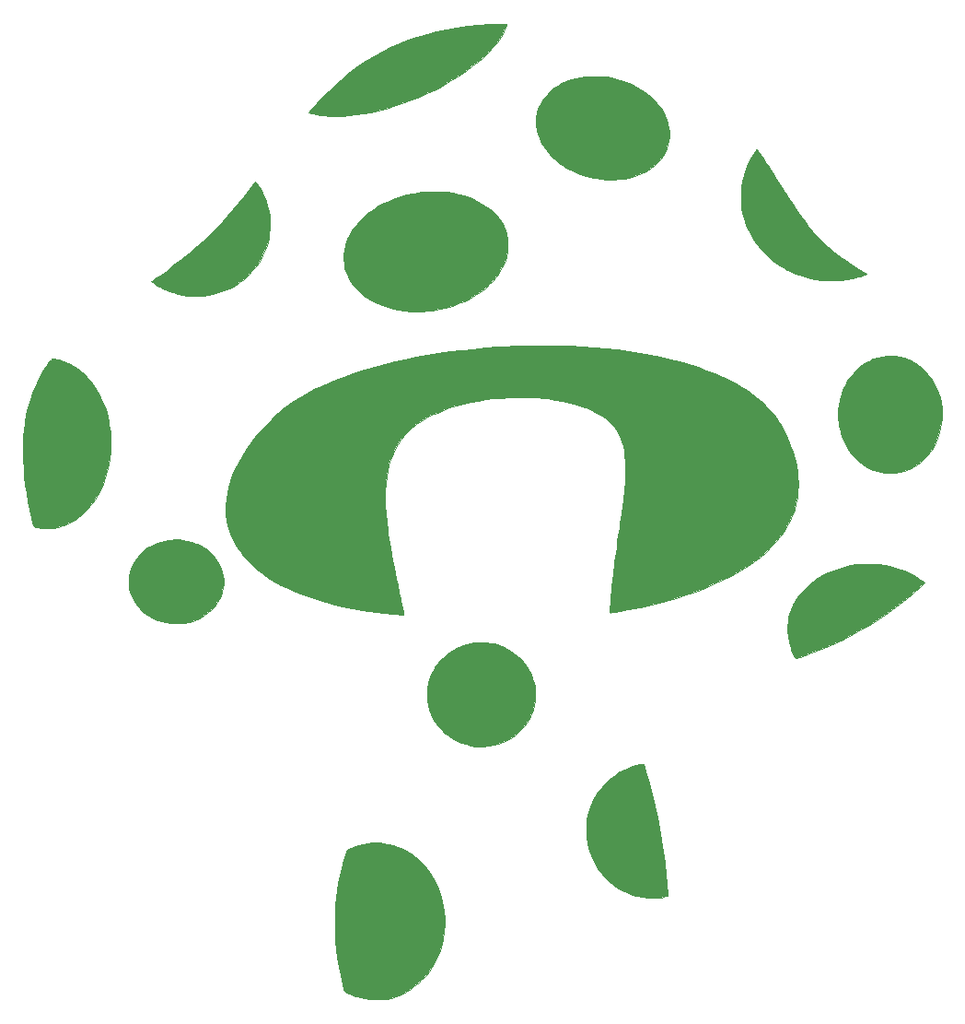
<source format=gbr>
G04 #@! TF.GenerationSoftware,KiCad,Pcbnew,5.0.2-bee76a0~70~ubuntu18.04.1*
G04 #@! TF.CreationDate,2019-10-25T22:44:05+08:00*
G04 #@! TF.ProjectId,TuneShroom,54756e65-5368-4726-9f6f-6d2e6b696361,rev?*
G04 #@! TF.SameCoordinates,Original*
G04 #@! TF.FileFunction,Soldermask,Top*
G04 #@! TF.FilePolarity,Negative*
%FSLAX46Y46*%
G04 Gerber Fmt 4.6, Leading zero omitted, Abs format (unit mm)*
G04 Created by KiCad (PCBNEW 5.0.2-bee76a0~70~ubuntu18.04.1) date Fri 25 Oct 2019 22:44:05 HKT*
%MOMM*%
%LPD*%
G01*
G04 APERTURE LIST*
%ADD10C,0.010000*%
%ADD11C,0.100000*%
G04 APERTURE END LIST*
D10*
G04 #@! TO.C,*
G36*
X104395763Y-44133186D02*
X104455749Y-44135464D01*
X104493403Y-44139477D01*
X104512720Y-44145320D01*
X104517698Y-44153089D01*
X104517127Y-44155464D01*
X104505685Y-44188429D01*
X104484839Y-44250220D01*
X104458420Y-44329449D01*
X104448596Y-44359100D01*
X104369530Y-44565503D01*
X104262789Y-44793656D01*
X104132209Y-45037035D01*
X103981624Y-45289117D01*
X103814868Y-45543380D01*
X103635777Y-45793302D01*
X103509269Y-45956983D01*
X103161464Y-46366847D01*
X102773384Y-46775874D01*
X102347084Y-47182662D01*
X101884621Y-47585814D01*
X101388048Y-47983931D01*
X100859422Y-48375612D01*
X100300797Y-48759460D01*
X99714228Y-49134074D01*
X99101772Y-49498057D01*
X98465482Y-49850008D01*
X97807413Y-50188528D01*
X97129622Y-50512220D01*
X96434164Y-50819682D01*
X96256880Y-50894223D01*
X95542479Y-51178791D01*
X94825218Y-51439496D01*
X94108230Y-51675634D01*
X93394647Y-51886501D01*
X92687603Y-52071393D01*
X91990230Y-52229604D01*
X91305663Y-52360432D01*
X90637034Y-52463171D01*
X89987475Y-52537117D01*
X89360121Y-52581566D01*
X88758104Y-52595814D01*
X88688695Y-52595469D01*
X88547519Y-52594059D01*
X88414858Y-52592244D01*
X88298644Y-52590172D01*
X88206811Y-52587989D01*
X88147291Y-52585841D01*
X88138000Y-52585301D01*
X87744438Y-52551703D01*
X87374165Y-52506255D01*
X87031627Y-52449697D01*
X86721269Y-52382771D01*
X86447538Y-52306220D01*
X86428792Y-52300171D01*
X86361580Y-52276678D01*
X86313957Y-52257009D01*
X86296500Y-52245704D01*
X86309719Y-52226241D01*
X86345523Y-52182279D01*
X86398134Y-52120744D01*
X86449592Y-52062221D01*
X87026023Y-51427689D01*
X87591503Y-50832671D01*
X88145784Y-50277411D01*
X88688618Y-49762157D01*
X89219759Y-49287152D01*
X89414145Y-49120910D01*
X90111148Y-48556583D01*
X90824021Y-48027584D01*
X91553596Y-47533627D01*
X92300702Y-47074425D01*
X93066174Y-46649691D01*
X93850840Y-46259138D01*
X94655535Y-45902480D01*
X95481088Y-45579428D01*
X96328332Y-45289698D01*
X97198098Y-45033001D01*
X98091217Y-44809050D01*
X99008521Y-44617560D01*
X99950843Y-44458242D01*
X100919012Y-44330810D01*
X101913862Y-44234978D01*
X102936222Y-44170457D01*
X103852564Y-44139492D01*
X104041845Y-44135795D01*
X104192807Y-44133447D01*
X104309448Y-44132545D01*
X104395763Y-44133186D01*
X104395763Y-44133186D01*
G37*
X104395763Y-44133186D02*
X104455749Y-44135464D01*
X104493403Y-44139477D01*
X104512720Y-44145320D01*
X104517698Y-44153089D01*
X104517127Y-44155464D01*
X104505685Y-44188429D01*
X104484839Y-44250220D01*
X104458420Y-44329449D01*
X104448596Y-44359100D01*
X104369530Y-44565503D01*
X104262789Y-44793656D01*
X104132209Y-45037035D01*
X103981624Y-45289117D01*
X103814868Y-45543380D01*
X103635777Y-45793302D01*
X103509269Y-45956983D01*
X103161464Y-46366847D01*
X102773384Y-46775874D01*
X102347084Y-47182662D01*
X101884621Y-47585814D01*
X101388048Y-47983931D01*
X100859422Y-48375612D01*
X100300797Y-48759460D01*
X99714228Y-49134074D01*
X99101772Y-49498057D01*
X98465482Y-49850008D01*
X97807413Y-50188528D01*
X97129622Y-50512220D01*
X96434164Y-50819682D01*
X96256880Y-50894223D01*
X95542479Y-51178791D01*
X94825218Y-51439496D01*
X94108230Y-51675634D01*
X93394647Y-51886501D01*
X92687603Y-52071393D01*
X91990230Y-52229604D01*
X91305663Y-52360432D01*
X90637034Y-52463171D01*
X89987475Y-52537117D01*
X89360121Y-52581566D01*
X88758104Y-52595814D01*
X88688695Y-52595469D01*
X88547519Y-52594059D01*
X88414858Y-52592244D01*
X88298644Y-52590172D01*
X88206811Y-52587989D01*
X88147291Y-52585841D01*
X88138000Y-52585301D01*
X87744438Y-52551703D01*
X87374165Y-52506255D01*
X87031627Y-52449697D01*
X86721269Y-52382771D01*
X86447538Y-52306220D01*
X86428792Y-52300171D01*
X86361580Y-52276678D01*
X86313957Y-52257009D01*
X86296500Y-52245704D01*
X86309719Y-52226241D01*
X86345523Y-52182279D01*
X86398134Y-52120744D01*
X86449592Y-52062221D01*
X87026023Y-51427689D01*
X87591503Y-50832671D01*
X88145784Y-50277411D01*
X88688618Y-49762157D01*
X89219759Y-49287152D01*
X89414145Y-49120910D01*
X90111148Y-48556583D01*
X90824021Y-48027584D01*
X91553596Y-47533627D01*
X92300702Y-47074425D01*
X93066174Y-46649691D01*
X93850840Y-46259138D01*
X94655535Y-45902480D01*
X95481088Y-45579428D01*
X96328332Y-45289698D01*
X97198098Y-45033001D01*
X98091217Y-44809050D01*
X99008521Y-44617560D01*
X99950843Y-44458242D01*
X100919012Y-44330810D01*
X101913862Y-44234978D01*
X102936222Y-44170457D01*
X103852564Y-44139492D01*
X104041845Y-44135795D01*
X104192807Y-44133447D01*
X104309448Y-44132545D01*
X104395763Y-44133186D01*
G36*
X113217567Y-48942586D02*
X113715186Y-48997408D01*
X114122954Y-49066042D01*
X114679493Y-49194116D01*
X115221532Y-49358250D01*
X115745783Y-49557092D01*
X116248956Y-49789286D01*
X116727762Y-50053480D01*
X117094000Y-50288991D01*
X117441782Y-50547095D01*
X117775542Y-50832160D01*
X118089705Y-51138361D01*
X118378696Y-51459870D01*
X118636941Y-51790862D01*
X118858863Y-52125508D01*
X118871823Y-52147121D01*
X119072762Y-52521755D01*
X119233125Y-52901402D01*
X119353095Y-53284130D01*
X119432852Y-53668007D01*
X119472580Y-54051101D01*
X119472458Y-54431481D01*
X119432668Y-54807213D01*
X119353393Y-55176367D01*
X119234812Y-55537010D01*
X119077109Y-55887209D01*
X118880464Y-56225033D01*
X118645060Y-56548550D01*
X118435804Y-56788496D01*
X118142550Y-57070277D01*
X117816289Y-57328626D01*
X117459922Y-57562531D01*
X117076352Y-57770980D01*
X116668482Y-57952960D01*
X116239214Y-58107457D01*
X115791449Y-58233461D01*
X115328091Y-58329958D01*
X114852040Y-58395936D01*
X114366201Y-58430382D01*
X113873474Y-58432284D01*
X113739084Y-58427060D01*
X113187638Y-58381083D01*
X112633572Y-58296914D01*
X112084588Y-58176255D01*
X111548389Y-58020809D01*
X111032680Y-57832279D01*
X111013521Y-57824457D01*
X110558760Y-57620985D01*
X110127662Y-57393909D01*
X109721404Y-57144936D01*
X109341162Y-56875774D01*
X108988111Y-56588131D01*
X108663427Y-56283714D01*
X108368288Y-55964232D01*
X108103869Y-55631392D01*
X107871346Y-55286902D01*
X107671895Y-54932469D01*
X107506692Y-54569803D01*
X107376914Y-54200610D01*
X107283737Y-53826598D01*
X107228336Y-53449475D01*
X107211888Y-53070949D01*
X107235569Y-52692728D01*
X107281406Y-52405164D01*
X107331637Y-52185259D01*
X107390942Y-51984215D01*
X107464606Y-51786913D01*
X107557916Y-51578234D01*
X107602060Y-51487917D01*
X107794228Y-51149396D01*
X108021630Y-50831575D01*
X108282141Y-50535242D01*
X108573639Y-50261188D01*
X108893997Y-50010201D01*
X109241091Y-49783069D01*
X109612798Y-49580582D01*
X110006993Y-49403529D01*
X110421552Y-49252699D01*
X110854349Y-49128882D01*
X111303261Y-49032864D01*
X111766163Y-48965437D01*
X112240931Y-48927389D01*
X112725441Y-48919509D01*
X113217567Y-48942586D01*
X113217567Y-48942586D01*
G37*
X113217567Y-48942586D02*
X113715186Y-48997408D01*
X114122954Y-49066042D01*
X114679493Y-49194116D01*
X115221532Y-49358250D01*
X115745783Y-49557092D01*
X116248956Y-49789286D01*
X116727762Y-50053480D01*
X117094000Y-50288991D01*
X117441782Y-50547095D01*
X117775542Y-50832160D01*
X118089705Y-51138361D01*
X118378696Y-51459870D01*
X118636941Y-51790862D01*
X118858863Y-52125508D01*
X118871823Y-52147121D01*
X119072762Y-52521755D01*
X119233125Y-52901402D01*
X119353095Y-53284130D01*
X119432852Y-53668007D01*
X119472580Y-54051101D01*
X119472458Y-54431481D01*
X119432668Y-54807213D01*
X119353393Y-55176367D01*
X119234812Y-55537010D01*
X119077109Y-55887209D01*
X118880464Y-56225033D01*
X118645060Y-56548550D01*
X118435804Y-56788496D01*
X118142550Y-57070277D01*
X117816289Y-57328626D01*
X117459922Y-57562531D01*
X117076352Y-57770980D01*
X116668482Y-57952960D01*
X116239214Y-58107457D01*
X115791449Y-58233461D01*
X115328091Y-58329958D01*
X114852040Y-58395936D01*
X114366201Y-58430382D01*
X113873474Y-58432284D01*
X113739084Y-58427060D01*
X113187638Y-58381083D01*
X112633572Y-58296914D01*
X112084588Y-58176255D01*
X111548389Y-58020809D01*
X111032680Y-57832279D01*
X111013521Y-57824457D01*
X110558760Y-57620985D01*
X110127662Y-57393909D01*
X109721404Y-57144936D01*
X109341162Y-56875774D01*
X108988111Y-56588131D01*
X108663427Y-56283714D01*
X108368288Y-55964232D01*
X108103869Y-55631392D01*
X107871346Y-55286902D01*
X107671895Y-54932469D01*
X107506692Y-54569803D01*
X107376914Y-54200610D01*
X107283737Y-53826598D01*
X107228336Y-53449475D01*
X107211888Y-53070949D01*
X107235569Y-52692728D01*
X107281406Y-52405164D01*
X107331637Y-52185259D01*
X107390942Y-51984215D01*
X107464606Y-51786913D01*
X107557916Y-51578234D01*
X107602060Y-51487917D01*
X107794228Y-51149396D01*
X108021630Y-50831575D01*
X108282141Y-50535242D01*
X108573639Y-50261188D01*
X108893997Y-50010201D01*
X109241091Y-49783069D01*
X109612798Y-49580582D01*
X110006993Y-49403529D01*
X110421552Y-49252699D01*
X110854349Y-49128882D01*
X111303261Y-49032864D01*
X111766163Y-48965437D01*
X112240931Y-48927389D01*
X112725441Y-48919509D01*
X113217567Y-48942586D01*
G36*
X127536326Y-55615248D02*
X127560334Y-55646820D01*
X127598427Y-55701002D01*
X127651457Y-55779096D01*
X127720279Y-55882407D01*
X127805746Y-56012238D01*
X127908713Y-56169891D01*
X128030034Y-56356669D01*
X128170562Y-56573878D01*
X128331152Y-56822819D01*
X128512658Y-57104795D01*
X128715933Y-57421111D01*
X128732130Y-57446334D01*
X128952744Y-57789813D01*
X129152507Y-58100642D01*
X129333378Y-58381831D01*
X129497317Y-58636394D01*
X129646282Y-58867343D01*
X129782233Y-59077688D01*
X129907127Y-59270442D01*
X130022925Y-59448618D01*
X130131584Y-59615228D01*
X130235064Y-59773282D01*
X130335324Y-59925794D01*
X130434322Y-60075776D01*
X130534018Y-60226239D01*
X130636370Y-60380195D01*
X130743337Y-60540657D01*
X130790134Y-60610750D01*
X131032499Y-60972617D01*
X131254234Y-61301337D01*
X131457333Y-61599546D01*
X131643790Y-61869880D01*
X131815596Y-62114973D01*
X131974747Y-62337460D01*
X132123235Y-62539978D01*
X132263054Y-62725160D01*
X132396197Y-62895643D01*
X132524657Y-63054061D01*
X132650428Y-63203049D01*
X132775504Y-63345244D01*
X132901877Y-63483279D01*
X133031541Y-63619791D01*
X133166490Y-63757414D01*
X133182847Y-63773841D01*
X133436825Y-64022550D01*
X133699515Y-64267588D01*
X133973930Y-64511304D01*
X134263082Y-64756049D01*
X134569983Y-65004172D01*
X134897645Y-65258025D01*
X135249082Y-65519956D01*
X135627305Y-65792316D01*
X136035327Y-66077456D01*
X136476160Y-66377725D01*
X136786891Y-66585560D01*
X137567366Y-67104204D01*
X137503330Y-67131129D01*
X137366447Y-67183849D01*
X137196592Y-67241554D01*
X137002463Y-67301775D01*
X136792761Y-67362043D01*
X136576185Y-67419890D01*
X136361434Y-67472845D01*
X136157208Y-67518441D01*
X136091084Y-67531953D01*
X135889994Y-67570441D01*
X135707405Y-67601649D01*
X135534819Y-67626361D01*
X135363736Y-67645362D01*
X135185660Y-67659435D01*
X134992091Y-67669365D01*
X134774531Y-67675936D01*
X134524481Y-67679931D01*
X134482417Y-67680368D01*
X134311740Y-67681768D01*
X134152285Y-67682557D01*
X134009599Y-67682746D01*
X133889230Y-67682348D01*
X133796727Y-67681376D01*
X133737637Y-67679842D01*
X133720417Y-67678643D01*
X133673338Y-67673038D01*
X133595983Y-67664626D01*
X133500212Y-67654671D01*
X133424084Y-67647019D01*
X132940466Y-67582772D01*
X132442822Y-67485293D01*
X131940229Y-67356825D01*
X131441763Y-67199608D01*
X131095750Y-67071926D01*
X130937108Y-67005817D01*
X130753844Y-66923087D01*
X130555840Y-66828708D01*
X130352980Y-66727652D01*
X130155146Y-66624891D01*
X129972218Y-66525397D01*
X129814081Y-66434141D01*
X129750513Y-66395121D01*
X129258496Y-66062049D01*
X128798356Y-65703129D01*
X128370841Y-65319508D01*
X127976701Y-64912330D01*
X127616685Y-64482740D01*
X127291542Y-64031884D01*
X127002021Y-63560906D01*
X126748871Y-63070951D01*
X126532841Y-62563165D01*
X126354679Y-62038693D01*
X126215136Y-61498679D01*
X126114960Y-60944269D01*
X126096962Y-60810013D01*
X126081641Y-60652455D01*
X126070406Y-60463688D01*
X126063257Y-60253486D01*
X126060193Y-60031621D01*
X126061213Y-59807866D01*
X126066317Y-59591993D01*
X126075505Y-59393775D01*
X126088776Y-59222984D01*
X126097031Y-59150250D01*
X126190887Y-58582597D01*
X126322673Y-58033547D01*
X126492587Y-57502511D01*
X126700825Y-56988901D01*
X126947584Y-56492130D01*
X127045047Y-56318748D01*
X127089450Y-56244871D01*
X127145747Y-56155234D01*
X127209767Y-56056029D01*
X127277342Y-55953448D01*
X127344303Y-55853685D01*
X127406481Y-55762930D01*
X127459709Y-55687378D01*
X127499816Y-55633220D01*
X127522634Y-55606650D01*
X127525546Y-55604983D01*
X127536326Y-55615248D01*
X127536326Y-55615248D01*
G37*
X127536326Y-55615248D02*
X127560334Y-55646820D01*
X127598427Y-55701002D01*
X127651457Y-55779096D01*
X127720279Y-55882407D01*
X127805746Y-56012238D01*
X127908713Y-56169891D01*
X128030034Y-56356669D01*
X128170562Y-56573878D01*
X128331152Y-56822819D01*
X128512658Y-57104795D01*
X128715933Y-57421111D01*
X128732130Y-57446334D01*
X128952744Y-57789813D01*
X129152507Y-58100642D01*
X129333378Y-58381831D01*
X129497317Y-58636394D01*
X129646282Y-58867343D01*
X129782233Y-59077688D01*
X129907127Y-59270442D01*
X130022925Y-59448618D01*
X130131584Y-59615228D01*
X130235064Y-59773282D01*
X130335324Y-59925794D01*
X130434322Y-60075776D01*
X130534018Y-60226239D01*
X130636370Y-60380195D01*
X130743337Y-60540657D01*
X130790134Y-60610750D01*
X131032499Y-60972617D01*
X131254234Y-61301337D01*
X131457333Y-61599546D01*
X131643790Y-61869880D01*
X131815596Y-62114973D01*
X131974747Y-62337460D01*
X132123235Y-62539978D01*
X132263054Y-62725160D01*
X132396197Y-62895643D01*
X132524657Y-63054061D01*
X132650428Y-63203049D01*
X132775504Y-63345244D01*
X132901877Y-63483279D01*
X133031541Y-63619791D01*
X133166490Y-63757414D01*
X133182847Y-63773841D01*
X133436825Y-64022550D01*
X133699515Y-64267588D01*
X133973930Y-64511304D01*
X134263082Y-64756049D01*
X134569983Y-65004172D01*
X134897645Y-65258025D01*
X135249082Y-65519956D01*
X135627305Y-65792316D01*
X136035327Y-66077456D01*
X136476160Y-66377725D01*
X136786891Y-66585560D01*
X137567366Y-67104204D01*
X137503330Y-67131129D01*
X137366447Y-67183849D01*
X137196592Y-67241554D01*
X137002463Y-67301775D01*
X136792761Y-67362043D01*
X136576185Y-67419890D01*
X136361434Y-67472845D01*
X136157208Y-67518441D01*
X136091084Y-67531953D01*
X135889994Y-67570441D01*
X135707405Y-67601649D01*
X135534819Y-67626361D01*
X135363736Y-67645362D01*
X135185660Y-67659435D01*
X134992091Y-67669365D01*
X134774531Y-67675936D01*
X134524481Y-67679931D01*
X134482417Y-67680368D01*
X134311740Y-67681768D01*
X134152285Y-67682557D01*
X134009599Y-67682746D01*
X133889230Y-67682348D01*
X133796727Y-67681376D01*
X133737637Y-67679842D01*
X133720417Y-67678643D01*
X133673338Y-67673038D01*
X133595983Y-67664626D01*
X133500212Y-67654671D01*
X133424084Y-67647019D01*
X132940466Y-67582772D01*
X132442822Y-67485293D01*
X131940229Y-67356825D01*
X131441763Y-67199608D01*
X131095750Y-67071926D01*
X130937108Y-67005817D01*
X130753844Y-66923087D01*
X130555840Y-66828708D01*
X130352980Y-66727652D01*
X130155146Y-66624891D01*
X129972218Y-66525397D01*
X129814081Y-66434141D01*
X129750513Y-66395121D01*
X129258496Y-66062049D01*
X128798356Y-65703129D01*
X128370841Y-65319508D01*
X127976701Y-64912330D01*
X127616685Y-64482740D01*
X127291542Y-64031884D01*
X127002021Y-63560906D01*
X126748871Y-63070951D01*
X126532841Y-62563165D01*
X126354679Y-62038693D01*
X126215136Y-61498679D01*
X126114960Y-60944269D01*
X126096962Y-60810013D01*
X126081641Y-60652455D01*
X126070406Y-60463688D01*
X126063257Y-60253486D01*
X126060193Y-60031621D01*
X126061213Y-59807866D01*
X126066317Y-59591993D01*
X126075505Y-59393775D01*
X126088776Y-59222984D01*
X126097031Y-59150250D01*
X126190887Y-58582597D01*
X126322673Y-58033547D01*
X126492587Y-57502511D01*
X126700825Y-56988901D01*
X126947584Y-56492130D01*
X127045047Y-56318748D01*
X127089450Y-56244871D01*
X127145747Y-56155234D01*
X127209767Y-56056029D01*
X127277342Y-55953448D01*
X127344303Y-55853685D01*
X127406481Y-55762930D01*
X127459709Y-55687378D01*
X127499816Y-55633220D01*
X127522634Y-55606650D01*
X127525546Y-55604983D01*
X127536326Y-55615248D01*
G36*
X81455492Y-58656014D02*
X81490161Y-58700954D01*
X81541221Y-58771875D01*
X81601971Y-58859275D01*
X81665709Y-58953656D01*
X81669759Y-58959750D01*
X81941665Y-59406951D01*
X82174992Y-59870252D01*
X82369309Y-60347554D01*
X82524182Y-60836758D01*
X82639181Y-61335764D01*
X82713872Y-61842472D01*
X82747824Y-62354783D01*
X82740604Y-62870597D01*
X82691779Y-63387815D01*
X82643701Y-63690500D01*
X82532375Y-64182688D01*
X82380677Y-64666590D01*
X82190242Y-65139180D01*
X81962703Y-65597432D01*
X81699695Y-66038320D01*
X81402850Y-66458817D01*
X81073803Y-66855898D01*
X80756420Y-67185963D01*
X80356550Y-67544503D01*
X79932833Y-67868438D01*
X79486768Y-68157073D01*
X79019852Y-68409714D01*
X78533581Y-68625665D01*
X78029453Y-68804231D01*
X77508966Y-68944717D01*
X76973616Y-69046427D01*
X76662489Y-69086775D01*
X76564180Y-69095311D01*
X76438331Y-69103122D01*
X76294478Y-69109926D01*
X76142159Y-69115440D01*
X75990910Y-69119384D01*
X75850270Y-69121475D01*
X75729775Y-69121431D01*
X75638962Y-69118971D01*
X75617917Y-69117642D01*
X75144003Y-69070809D01*
X74702001Y-69005205D01*
X74285018Y-68918983D01*
X73886163Y-68810297D01*
X73498546Y-68677301D01*
X73115273Y-68518149D01*
X72781584Y-68357781D01*
X72664365Y-68295907D01*
X72538662Y-68225842D01*
X72409780Y-68150935D01*
X72283024Y-68074537D01*
X72163698Y-67999999D01*
X72057109Y-67930670D01*
X71968562Y-67869902D01*
X71903361Y-67821043D01*
X71866813Y-67787446D01*
X71860834Y-67776321D01*
X71877467Y-67759733D01*
X71923778Y-67723388D01*
X71994386Y-67671254D01*
X72083909Y-67607299D01*
X72186965Y-67535493D01*
X72194209Y-67530507D01*
X72661995Y-67204378D01*
X73132894Y-66867554D01*
X73600880Y-66524597D01*
X74059927Y-66180068D01*
X74504009Y-65838529D01*
X74927100Y-65504541D01*
X75323174Y-65182667D01*
X75586167Y-64962733D01*
X76073965Y-64540446D01*
X76552124Y-64108183D01*
X77023151Y-63663216D01*
X77489555Y-63202818D01*
X77953844Y-62724261D01*
X78418526Y-62224819D01*
X78886109Y-61701763D01*
X79359101Y-61152365D01*
X79840010Y-60573900D01*
X80331345Y-59963638D01*
X80835614Y-59318852D01*
X81132572Y-58931180D01*
X81395784Y-58585111D01*
X81455492Y-58656014D01*
X81455492Y-58656014D01*
G37*
X81455492Y-58656014D02*
X81490161Y-58700954D01*
X81541221Y-58771875D01*
X81601971Y-58859275D01*
X81665709Y-58953656D01*
X81669759Y-58959750D01*
X81941665Y-59406951D01*
X82174992Y-59870252D01*
X82369309Y-60347554D01*
X82524182Y-60836758D01*
X82639181Y-61335764D01*
X82713872Y-61842472D01*
X82747824Y-62354783D01*
X82740604Y-62870597D01*
X82691779Y-63387815D01*
X82643701Y-63690500D01*
X82532375Y-64182688D01*
X82380677Y-64666590D01*
X82190242Y-65139180D01*
X81962703Y-65597432D01*
X81699695Y-66038320D01*
X81402850Y-66458817D01*
X81073803Y-66855898D01*
X80756420Y-67185963D01*
X80356550Y-67544503D01*
X79932833Y-67868438D01*
X79486768Y-68157073D01*
X79019852Y-68409714D01*
X78533581Y-68625665D01*
X78029453Y-68804231D01*
X77508966Y-68944717D01*
X76973616Y-69046427D01*
X76662489Y-69086775D01*
X76564180Y-69095311D01*
X76438331Y-69103122D01*
X76294478Y-69109926D01*
X76142159Y-69115440D01*
X75990910Y-69119384D01*
X75850270Y-69121475D01*
X75729775Y-69121431D01*
X75638962Y-69118971D01*
X75617917Y-69117642D01*
X75144003Y-69070809D01*
X74702001Y-69005205D01*
X74285018Y-68918983D01*
X73886163Y-68810297D01*
X73498546Y-68677301D01*
X73115273Y-68518149D01*
X72781584Y-68357781D01*
X72664365Y-68295907D01*
X72538662Y-68225842D01*
X72409780Y-68150935D01*
X72283024Y-68074537D01*
X72163698Y-67999999D01*
X72057109Y-67930670D01*
X71968562Y-67869902D01*
X71903361Y-67821043D01*
X71866813Y-67787446D01*
X71860834Y-67776321D01*
X71877467Y-67759733D01*
X71923778Y-67723388D01*
X71994386Y-67671254D01*
X72083909Y-67607299D01*
X72186965Y-67535493D01*
X72194209Y-67530507D01*
X72661995Y-67204378D01*
X73132894Y-66867554D01*
X73600880Y-66524597D01*
X74059927Y-66180068D01*
X74504009Y-65838529D01*
X74927100Y-65504541D01*
X75323174Y-65182667D01*
X75586167Y-64962733D01*
X76073965Y-64540446D01*
X76552124Y-64108183D01*
X77023151Y-63663216D01*
X77489555Y-63202818D01*
X77953844Y-62724261D01*
X78418526Y-62224819D01*
X78886109Y-61701763D01*
X79359101Y-61152365D01*
X79840010Y-60573900D01*
X80331345Y-59963638D01*
X80835614Y-59318852D01*
X81132572Y-58931180D01*
X81395784Y-58585111D01*
X81455492Y-58656014D01*
G36*
X98361578Y-59508051D02*
X98644876Y-59521511D01*
X98898809Y-59542255D01*
X98975334Y-59550804D01*
X99552731Y-59637238D01*
X100108350Y-59754290D01*
X100640545Y-59901328D01*
X101147669Y-60077716D01*
X101628077Y-60282822D01*
X102080123Y-60516011D01*
X102502160Y-60776649D01*
X102881253Y-61055052D01*
X103224884Y-61353676D01*
X103532115Y-61670118D01*
X103802443Y-62002803D01*
X104035367Y-62350155D01*
X104230387Y-62710599D01*
X104386999Y-63082560D01*
X104504704Y-63464463D01*
X104583000Y-63854732D01*
X104621385Y-64251792D01*
X104619357Y-64654068D01*
X104576417Y-65059985D01*
X104492061Y-65467967D01*
X104392073Y-65801666D01*
X104232176Y-66206028D01*
X104031428Y-66604583D01*
X103791138Y-66995351D01*
X103512615Y-67376352D01*
X103197168Y-67745605D01*
X102917395Y-68032878D01*
X102512279Y-68397327D01*
X102074741Y-68736719D01*
X101607200Y-69050049D01*
X101112072Y-69336311D01*
X100591773Y-69594499D01*
X100048720Y-69823609D01*
X99485331Y-70022633D01*
X98904023Y-70190567D01*
X98307211Y-70326404D01*
X97697313Y-70429140D01*
X97076747Y-70497767D01*
X96975084Y-70505627D01*
X96859423Y-70511969D01*
X96711805Y-70516957D01*
X96542326Y-70520532D01*
X96361081Y-70522636D01*
X96178166Y-70523208D01*
X96003675Y-70522190D01*
X95847704Y-70519524D01*
X95720348Y-70515149D01*
X95683917Y-70513174D01*
X95130983Y-70463450D01*
X94593718Y-70384039D01*
X94073847Y-70275901D01*
X93573098Y-70139996D01*
X93093199Y-69977287D01*
X92635878Y-69788733D01*
X92202860Y-69575295D01*
X91795875Y-69337935D01*
X91416649Y-69077613D01*
X91066910Y-68795290D01*
X90748385Y-68491927D01*
X90462802Y-68168485D01*
X90211887Y-67825924D01*
X89997369Y-67465206D01*
X89917071Y-67305436D01*
X89757133Y-66921814D01*
X89638738Y-66531345D01*
X89561861Y-66135184D01*
X89526473Y-65734484D01*
X89532548Y-65330398D01*
X89580059Y-64924081D01*
X89668979Y-64516685D01*
X89799282Y-64109364D01*
X89970939Y-63703271D01*
X90002685Y-63637584D01*
X90225381Y-63231708D01*
X90486421Y-62839831D01*
X90783778Y-62463207D01*
X91115425Y-62103091D01*
X91479336Y-61760738D01*
X91873484Y-61437404D01*
X92295843Y-61134343D01*
X92744387Y-60852810D01*
X93217088Y-60594061D01*
X93711920Y-60359351D01*
X94226858Y-60149934D01*
X94759873Y-59967065D01*
X95308941Y-59812001D01*
X95872034Y-59685995D01*
X96447125Y-59590303D01*
X96562334Y-59575048D01*
X96827867Y-59546756D01*
X97119452Y-59525190D01*
X97427851Y-59510444D01*
X97743829Y-59502610D01*
X98058150Y-59501781D01*
X98361578Y-59508051D01*
X98361578Y-59508051D01*
G37*
X98361578Y-59508051D02*
X98644876Y-59521511D01*
X98898809Y-59542255D01*
X98975334Y-59550804D01*
X99552731Y-59637238D01*
X100108350Y-59754290D01*
X100640545Y-59901328D01*
X101147669Y-60077716D01*
X101628077Y-60282822D01*
X102080123Y-60516011D01*
X102502160Y-60776649D01*
X102881253Y-61055052D01*
X103224884Y-61353676D01*
X103532115Y-61670118D01*
X103802443Y-62002803D01*
X104035367Y-62350155D01*
X104230387Y-62710599D01*
X104386999Y-63082560D01*
X104504704Y-63464463D01*
X104583000Y-63854732D01*
X104621385Y-64251792D01*
X104619357Y-64654068D01*
X104576417Y-65059985D01*
X104492061Y-65467967D01*
X104392073Y-65801666D01*
X104232176Y-66206028D01*
X104031428Y-66604583D01*
X103791138Y-66995351D01*
X103512615Y-67376352D01*
X103197168Y-67745605D01*
X102917395Y-68032878D01*
X102512279Y-68397327D01*
X102074741Y-68736719D01*
X101607200Y-69050049D01*
X101112072Y-69336311D01*
X100591773Y-69594499D01*
X100048720Y-69823609D01*
X99485331Y-70022633D01*
X98904023Y-70190567D01*
X98307211Y-70326404D01*
X97697313Y-70429140D01*
X97076747Y-70497767D01*
X96975084Y-70505627D01*
X96859423Y-70511969D01*
X96711805Y-70516957D01*
X96542326Y-70520532D01*
X96361081Y-70522636D01*
X96178166Y-70523208D01*
X96003675Y-70522190D01*
X95847704Y-70519524D01*
X95720348Y-70515149D01*
X95683917Y-70513174D01*
X95130983Y-70463450D01*
X94593718Y-70384039D01*
X94073847Y-70275901D01*
X93573098Y-70139996D01*
X93093199Y-69977287D01*
X92635878Y-69788733D01*
X92202860Y-69575295D01*
X91795875Y-69337935D01*
X91416649Y-69077613D01*
X91066910Y-68795290D01*
X90748385Y-68491927D01*
X90462802Y-68168485D01*
X90211887Y-67825924D01*
X89997369Y-67465206D01*
X89917071Y-67305436D01*
X89757133Y-66921814D01*
X89638738Y-66531345D01*
X89561861Y-66135184D01*
X89526473Y-65734484D01*
X89532548Y-65330398D01*
X89580059Y-64924081D01*
X89668979Y-64516685D01*
X89799282Y-64109364D01*
X89970939Y-63703271D01*
X90002685Y-63637584D01*
X90225381Y-63231708D01*
X90486421Y-62839831D01*
X90783778Y-62463207D01*
X91115425Y-62103091D01*
X91479336Y-61760738D01*
X91873484Y-61437404D01*
X92295843Y-61134343D01*
X92744387Y-60852810D01*
X93217088Y-60594061D01*
X93711920Y-60359351D01*
X94226858Y-60149934D01*
X94759873Y-59967065D01*
X95308941Y-59812001D01*
X95872034Y-59685995D01*
X96447125Y-59590303D01*
X96562334Y-59575048D01*
X96827867Y-59546756D01*
X97119452Y-59525190D01*
X97427851Y-59510444D01*
X97743829Y-59502610D01*
X98058150Y-59501781D01*
X98361578Y-59508051D01*
G36*
X140264578Y-74644036D02*
X140670897Y-74712366D01*
X141071864Y-74820289D01*
X141465254Y-74967594D01*
X141848843Y-75154066D01*
X142220408Y-75379495D01*
X142411853Y-75514807D01*
X142565229Y-75636832D01*
X142732592Y-75783741D01*
X142903747Y-75945671D01*
X143068499Y-76112761D01*
X143216651Y-76275148D01*
X143297776Y-76371716D01*
X143577124Y-76751250D01*
X143821093Y-77151327D01*
X144029644Y-77569181D01*
X144202737Y-78002044D01*
X144340330Y-78447150D01*
X144442384Y-78901733D01*
X144508859Y-79363026D01*
X144539715Y-79828263D01*
X144534911Y-80294676D01*
X144494406Y-80759500D01*
X144418162Y-81219968D01*
X144306137Y-81673313D01*
X144158292Y-82116769D01*
X143974586Y-82547569D01*
X143754980Y-82962946D01*
X143499432Y-83360135D01*
X143401288Y-83494612D01*
X143283596Y-83641384D01*
X143142733Y-83802028D01*
X142988520Y-83966337D01*
X142830778Y-84124100D01*
X142679330Y-84265111D01*
X142571107Y-84357533D01*
X142219190Y-84617488D01*
X141850485Y-84841037D01*
X141467604Y-85027368D01*
X141073158Y-85175672D01*
X140669761Y-85285139D01*
X140260024Y-85354958D01*
X139846561Y-85384318D01*
X139431982Y-85372411D01*
X139329584Y-85363007D01*
X138959212Y-85305608D01*
X138583128Y-85211392D01*
X138210707Y-85083097D01*
X137890250Y-84942628D01*
X137504468Y-84733970D01*
X137147622Y-84496407D01*
X136814765Y-84226410D01*
X136599084Y-84021965D01*
X136281609Y-83672603D01*
X135997276Y-83297479D01*
X135746712Y-82897943D01*
X135530547Y-82475345D01*
X135349408Y-82031035D01*
X135203924Y-81566361D01*
X135094724Y-81082674D01*
X135030307Y-80652501D01*
X135017048Y-80498953D01*
X135008596Y-80315867D01*
X135004800Y-80113290D01*
X135005508Y-79901269D01*
X135010570Y-79689851D01*
X135019834Y-79489084D01*
X135033150Y-79309013D01*
X135050365Y-79159687D01*
X135053021Y-79142167D01*
X135148709Y-78652879D01*
X135278373Y-78183234D01*
X135440942Y-77734797D01*
X135635345Y-77309130D01*
X135860509Y-76907799D01*
X136115362Y-76532366D01*
X136398833Y-76184397D01*
X136709850Y-75865455D01*
X137047341Y-75577103D01*
X137410234Y-75320906D01*
X137797457Y-75098428D01*
X137838785Y-75077438D01*
X138230521Y-74903739D01*
X138630247Y-74770909D01*
X139035740Y-74678737D01*
X139444775Y-74627009D01*
X139855129Y-74615513D01*
X140264578Y-74644036D01*
X140264578Y-74644036D01*
G37*
X140264578Y-74644036D02*
X140670897Y-74712366D01*
X141071864Y-74820289D01*
X141465254Y-74967594D01*
X141848843Y-75154066D01*
X142220408Y-75379495D01*
X142411853Y-75514807D01*
X142565229Y-75636832D01*
X142732592Y-75783741D01*
X142903747Y-75945671D01*
X143068499Y-76112761D01*
X143216651Y-76275148D01*
X143297776Y-76371716D01*
X143577124Y-76751250D01*
X143821093Y-77151327D01*
X144029644Y-77569181D01*
X144202737Y-78002044D01*
X144340330Y-78447150D01*
X144442384Y-78901733D01*
X144508859Y-79363026D01*
X144539715Y-79828263D01*
X144534911Y-80294676D01*
X144494406Y-80759500D01*
X144418162Y-81219968D01*
X144306137Y-81673313D01*
X144158292Y-82116769D01*
X143974586Y-82547569D01*
X143754980Y-82962946D01*
X143499432Y-83360135D01*
X143401288Y-83494612D01*
X143283596Y-83641384D01*
X143142733Y-83802028D01*
X142988520Y-83966337D01*
X142830778Y-84124100D01*
X142679330Y-84265111D01*
X142571107Y-84357533D01*
X142219190Y-84617488D01*
X141850485Y-84841037D01*
X141467604Y-85027368D01*
X141073158Y-85175672D01*
X140669761Y-85285139D01*
X140260024Y-85354958D01*
X139846561Y-85384318D01*
X139431982Y-85372411D01*
X139329584Y-85363007D01*
X138959212Y-85305608D01*
X138583128Y-85211392D01*
X138210707Y-85083097D01*
X137890250Y-84942628D01*
X137504468Y-84733970D01*
X137147622Y-84496407D01*
X136814765Y-84226410D01*
X136599084Y-84021965D01*
X136281609Y-83672603D01*
X135997276Y-83297479D01*
X135746712Y-82897943D01*
X135530547Y-82475345D01*
X135349408Y-82031035D01*
X135203924Y-81566361D01*
X135094724Y-81082674D01*
X135030307Y-80652501D01*
X135017048Y-80498953D01*
X135008596Y-80315867D01*
X135004800Y-80113290D01*
X135005508Y-79901269D01*
X135010570Y-79689851D01*
X135019834Y-79489084D01*
X135033150Y-79309013D01*
X135050365Y-79159687D01*
X135053021Y-79142167D01*
X135148709Y-78652879D01*
X135278373Y-78183234D01*
X135440942Y-77734797D01*
X135635345Y-77309130D01*
X135860509Y-76907799D01*
X136115362Y-76532366D01*
X136398833Y-76184397D01*
X136709850Y-75865455D01*
X137047341Y-75577103D01*
X137410234Y-75320906D01*
X137797457Y-75098428D01*
X137838785Y-75077438D01*
X138230521Y-74903739D01*
X138630247Y-74770909D01*
X139035740Y-74678737D01*
X139444775Y-74627009D01*
X139855129Y-74615513D01*
X140264578Y-74644036D01*
G36*
X62808150Y-74861127D02*
X62897127Y-74873677D01*
X63003150Y-74891714D01*
X63118155Y-74913876D01*
X63234076Y-74938805D01*
X63330372Y-74961932D01*
X63758534Y-75092269D01*
X64173068Y-75261817D01*
X64574949Y-75471080D01*
X64965153Y-75720561D01*
X65312810Y-75984518D01*
X65450224Y-76103213D01*
X65604485Y-76246919D01*
X65766995Y-76406813D01*
X65929160Y-76574071D01*
X66082382Y-76739870D01*
X66218065Y-76895386D01*
X66307263Y-77005252D01*
X66636909Y-77463585D01*
X66935409Y-77949664D01*
X67202158Y-78461917D01*
X67436551Y-78998773D01*
X67637980Y-79558661D01*
X67805841Y-80140010D01*
X67939527Y-80741249D01*
X68038434Y-81360806D01*
X68061848Y-81555532D01*
X68077765Y-81730799D01*
X68090762Y-81938199D01*
X68100653Y-82167618D01*
X68107247Y-82408944D01*
X68110356Y-82652064D01*
X68109792Y-82886866D01*
X68105366Y-83103237D01*
X68096889Y-83291063D01*
X68094812Y-83322584D01*
X68030870Y-83968578D01*
X67930667Y-84593467D01*
X67793875Y-85198532D01*
X67620162Y-85785053D01*
X67409199Y-86354311D01*
X67182875Y-86861926D01*
X66919906Y-87363529D01*
X66630257Y-87834324D01*
X66311505Y-88278199D01*
X66256160Y-88348850D01*
X66171695Y-88449598D01*
X66063737Y-88569575D01*
X65938960Y-88702108D01*
X65804040Y-88840527D01*
X65665650Y-88978160D01*
X65530466Y-89108336D01*
X65405161Y-89224384D01*
X65296410Y-89319632D01*
X65235667Y-89368849D01*
X64945283Y-89577977D01*
X64636671Y-89772644D01*
X64319484Y-89947579D01*
X64003374Y-90097512D01*
X63697993Y-90217175D01*
X63655307Y-90231657D01*
X63276667Y-90338509D01*
X62884563Y-90413348D01*
X62487973Y-90455230D01*
X62095878Y-90463215D01*
X61717259Y-90436359D01*
X61711417Y-90435648D01*
X61592870Y-90418942D01*
X61455897Y-90396330D01*
X61323264Y-90371670D01*
X61272954Y-90361337D01*
X61046158Y-90312963D01*
X61014626Y-90204440D01*
X60822840Y-89497217D01*
X60650953Y-88766489D01*
X60499518Y-88017615D01*
X60369088Y-87255955D01*
X60260215Y-86486867D01*
X60173451Y-85715712D01*
X60109349Y-84947848D01*
X60068462Y-84188636D01*
X60051342Y-83443435D01*
X60058543Y-82717604D01*
X60090615Y-82016503D01*
X60125085Y-81576334D01*
X60214471Y-80813674D01*
X60340187Y-80072741D01*
X60502237Y-79353519D01*
X60700629Y-78655991D01*
X60935367Y-77980143D01*
X61206458Y-77325959D01*
X61513907Y-76693422D01*
X61857721Y-76082517D01*
X62237905Y-75493228D01*
X62540193Y-75074325D01*
X62601605Y-74994068D01*
X62654720Y-74926565D01*
X62693898Y-74878856D01*
X62713498Y-74857979D01*
X62713588Y-74857922D01*
X62744282Y-74855422D01*
X62808150Y-74861127D01*
X62808150Y-74861127D01*
G37*
X62808150Y-74861127D02*
X62897127Y-74873677D01*
X63003150Y-74891714D01*
X63118155Y-74913876D01*
X63234076Y-74938805D01*
X63330372Y-74961932D01*
X63758534Y-75092269D01*
X64173068Y-75261817D01*
X64574949Y-75471080D01*
X64965153Y-75720561D01*
X65312810Y-75984518D01*
X65450224Y-76103213D01*
X65604485Y-76246919D01*
X65766995Y-76406813D01*
X65929160Y-76574071D01*
X66082382Y-76739870D01*
X66218065Y-76895386D01*
X66307263Y-77005252D01*
X66636909Y-77463585D01*
X66935409Y-77949664D01*
X67202158Y-78461917D01*
X67436551Y-78998773D01*
X67637980Y-79558661D01*
X67805841Y-80140010D01*
X67939527Y-80741249D01*
X68038434Y-81360806D01*
X68061848Y-81555532D01*
X68077765Y-81730799D01*
X68090762Y-81938199D01*
X68100653Y-82167618D01*
X68107247Y-82408944D01*
X68110356Y-82652064D01*
X68109792Y-82886866D01*
X68105366Y-83103237D01*
X68096889Y-83291063D01*
X68094812Y-83322584D01*
X68030870Y-83968578D01*
X67930667Y-84593467D01*
X67793875Y-85198532D01*
X67620162Y-85785053D01*
X67409199Y-86354311D01*
X67182875Y-86861926D01*
X66919906Y-87363529D01*
X66630257Y-87834324D01*
X66311505Y-88278199D01*
X66256160Y-88348850D01*
X66171695Y-88449598D01*
X66063737Y-88569575D01*
X65938960Y-88702108D01*
X65804040Y-88840527D01*
X65665650Y-88978160D01*
X65530466Y-89108336D01*
X65405161Y-89224384D01*
X65296410Y-89319632D01*
X65235667Y-89368849D01*
X64945283Y-89577977D01*
X64636671Y-89772644D01*
X64319484Y-89947579D01*
X64003374Y-90097512D01*
X63697993Y-90217175D01*
X63655307Y-90231657D01*
X63276667Y-90338509D01*
X62884563Y-90413348D01*
X62487973Y-90455230D01*
X62095878Y-90463215D01*
X61717259Y-90436359D01*
X61711417Y-90435648D01*
X61592870Y-90418942D01*
X61455897Y-90396330D01*
X61323264Y-90371670D01*
X61272954Y-90361337D01*
X61046158Y-90312963D01*
X61014626Y-90204440D01*
X60822840Y-89497217D01*
X60650953Y-88766489D01*
X60499518Y-88017615D01*
X60369088Y-87255955D01*
X60260215Y-86486867D01*
X60173451Y-85715712D01*
X60109349Y-84947848D01*
X60068462Y-84188636D01*
X60051342Y-83443435D01*
X60058543Y-82717604D01*
X60090615Y-82016503D01*
X60125085Y-81576334D01*
X60214471Y-80813674D01*
X60340187Y-80072741D01*
X60502237Y-79353519D01*
X60700629Y-78655991D01*
X60935367Y-77980143D01*
X61206458Y-77325959D01*
X61513907Y-76693422D01*
X61857721Y-76082517D01*
X62237905Y-75493228D01*
X62540193Y-75074325D01*
X62601605Y-74994068D01*
X62654720Y-74926565D01*
X62693898Y-74878856D01*
X62713498Y-74857979D01*
X62713588Y-74857922D01*
X62744282Y-74855422D01*
X62808150Y-74861127D01*
G36*
X107795072Y-73663385D02*
X108236348Y-73665551D01*
X108382815Y-73666568D01*
X108723330Y-73669240D01*
X109026812Y-73672037D01*
X109298560Y-73675113D01*
X109543874Y-73678622D01*
X109768055Y-73682718D01*
X109976403Y-73687554D01*
X110174217Y-73693285D01*
X110366797Y-73700065D01*
X110559444Y-73708046D01*
X110757457Y-73717384D01*
X110966136Y-73728232D01*
X111190782Y-73740744D01*
X111436694Y-73755074D01*
X111442500Y-73755418D01*
X112542758Y-73831431D01*
X113620245Y-73927653D01*
X114673914Y-74043818D01*
X115702716Y-74179659D01*
X116705605Y-74334911D01*
X117681532Y-74509308D01*
X118629450Y-74702582D01*
X119548309Y-74914468D01*
X120437063Y-75144700D01*
X121294664Y-75393012D01*
X122120064Y-75659137D01*
X122912214Y-75942809D01*
X123670067Y-76243762D01*
X124392575Y-76561730D01*
X125078690Y-76896446D01*
X125727365Y-77247645D01*
X126132167Y-77486925D01*
X126602262Y-77785986D01*
X127036736Y-78086340D01*
X127442133Y-78393059D01*
X127824998Y-78711214D01*
X128191873Y-79045877D01*
X128376872Y-79226482D01*
X128722822Y-79587516D01*
X129033086Y-79945768D01*
X129313056Y-80308696D01*
X129568122Y-80683760D01*
X129803674Y-81078418D01*
X130025104Y-81500130D01*
X130036037Y-81522336D01*
X130333126Y-82162772D01*
X130590310Y-82792816D01*
X130808183Y-83414405D01*
X130987338Y-84029473D01*
X131128371Y-84639956D01*
X131231874Y-85247790D01*
X131268254Y-85537869D01*
X131294191Y-85850588D01*
X131306771Y-86190562D01*
X131306293Y-86544974D01*
X131293051Y-86901006D01*
X131267341Y-87245841D01*
X131229460Y-87566663D01*
X131219952Y-87630000D01*
X131112979Y-88177819D01*
X130965139Y-88715160D01*
X130776633Y-89241828D01*
X130547659Y-89757629D01*
X130278418Y-90262366D01*
X129969109Y-90755845D01*
X129619930Y-91237871D01*
X129231083Y-91708249D01*
X128802765Y-92166783D01*
X128335177Y-92613278D01*
X127828518Y-93047540D01*
X127282988Y-93469373D01*
X126698785Y-93878581D01*
X126076110Y-94274971D01*
X125415161Y-94658346D01*
X124716139Y-95028513D01*
X123979243Y-95385274D01*
X123204672Y-95728436D01*
X122748985Y-95916830D01*
X121890588Y-96247426D01*
X120997868Y-96561235D01*
X120075945Y-96856849D01*
X119129940Y-97132857D01*
X118164970Y-97387849D01*
X117186157Y-97620415D01*
X116198620Y-97829145D01*
X115207479Y-98012629D01*
X115030250Y-98042671D01*
X114869496Y-98069150D01*
X114707063Y-98095206D01*
X114548994Y-98119935D01*
X114401327Y-98142433D01*
X114270104Y-98161797D01*
X114161364Y-98177122D01*
X114081147Y-98187504D01*
X114035495Y-98192040D01*
X114031192Y-98192167D01*
X114020574Y-98184735D01*
X114012916Y-98160348D01*
X114008270Y-98115869D01*
X114006690Y-98048161D01*
X114008230Y-97954087D01*
X114012943Y-97830510D01*
X114020882Y-97674291D01*
X114032101Y-97482296D01*
X114046653Y-97251385D01*
X114047411Y-97239667D01*
X114067934Y-96936420D01*
X114090176Y-96636134D01*
X114114488Y-96335919D01*
X114141216Y-96032888D01*
X114170710Y-95724151D01*
X114203318Y-95406818D01*
X114239389Y-95078001D01*
X114279271Y-94734811D01*
X114323314Y-94374358D01*
X114371865Y-93993755D01*
X114425273Y-93590111D01*
X114483887Y-93160537D01*
X114548055Y-92702146D01*
X114618126Y-92212046D01*
X114694449Y-91687351D01*
X114777372Y-91125170D01*
X114818701Y-90847334D01*
X114887420Y-90384934D01*
X114949892Y-89961022D01*
X115006534Y-89572280D01*
X115057763Y-89215390D01*
X115103999Y-88887034D01*
X115145659Y-88583895D01*
X115183161Y-88302654D01*
X115216923Y-88039995D01*
X115247364Y-87792598D01*
X115274902Y-87557148D01*
X115299955Y-87330325D01*
X115322940Y-87108813D01*
X115344276Y-86889293D01*
X115364382Y-86668448D01*
X115383675Y-86442959D01*
X115401552Y-86222417D01*
X115411972Y-86063270D01*
X115420797Y-85873783D01*
X115427939Y-85662061D01*
X115433306Y-85436209D01*
X115436810Y-85204332D01*
X115438359Y-84974535D01*
X115437863Y-84754922D01*
X115435233Y-84553600D01*
X115430378Y-84378673D01*
X115423557Y-84243334D01*
X115379323Y-83752021D01*
X115314626Y-83295942D01*
X115228197Y-82872601D01*
X115118765Y-82479498D01*
X114985062Y-82114137D01*
X114825818Y-81774019D01*
X114639763Y-81456647D01*
X114425627Y-81159522D01*
X114182142Y-80880148D01*
X113908037Y-80616026D01*
X113602044Y-80364659D01*
X113364594Y-80192464D01*
X112947261Y-79927109D01*
X112492923Y-79681981D01*
X112001804Y-79457148D01*
X111474125Y-79252681D01*
X110910110Y-79068649D01*
X110309980Y-78905121D01*
X109673958Y-78762168D01*
X109002266Y-78639860D01*
X108295128Y-78538264D01*
X107950000Y-78497625D01*
X107723389Y-78476067D01*
X107461678Y-78456904D01*
X107172041Y-78440308D01*
X106861651Y-78426449D01*
X106537684Y-78415499D01*
X106207313Y-78407629D01*
X105877713Y-78403009D01*
X105556059Y-78401811D01*
X105249523Y-78404206D01*
X104965282Y-78410364D01*
X104711500Y-78420407D01*
X103972236Y-78469474D01*
X103245400Y-78540460D01*
X102532954Y-78632749D01*
X101836860Y-78745727D01*
X101159081Y-78878777D01*
X100501578Y-79031283D01*
X99866314Y-79202631D01*
X99255251Y-79392205D01*
X98670351Y-79599388D01*
X98113577Y-79823567D01*
X97586890Y-80064123D01*
X97092252Y-80320444D01*
X96631627Y-80591912D01*
X96206975Y-80877911D01*
X95820260Y-81177828D01*
X95760045Y-81228771D01*
X95400729Y-81561410D01*
X95070986Y-81918503D01*
X94770656Y-82300604D01*
X94499576Y-82708268D01*
X94257586Y-83142047D01*
X94044525Y-83602497D01*
X93860231Y-84090172D01*
X93704543Y-84605624D01*
X93577300Y-85149409D01*
X93478341Y-85722081D01*
X93407504Y-86324193D01*
X93364628Y-86956299D01*
X93349553Y-87618954D01*
X93362116Y-88312711D01*
X93402157Y-89038125D01*
X93420199Y-89270417D01*
X93455674Y-89663841D01*
X93497864Y-90066417D01*
X93547239Y-90481048D01*
X93604271Y-90910635D01*
X93669431Y-91358083D01*
X93743189Y-91826295D01*
X93826018Y-92318172D01*
X93918387Y-92836618D01*
X94020769Y-93384535D01*
X94133633Y-93964828D01*
X94257452Y-94580398D01*
X94371672Y-95133584D01*
X94417973Y-95355311D01*
X94467777Y-95593545D01*
X94520176Y-95843966D01*
X94574263Y-96102254D01*
X94629132Y-96364091D01*
X94683876Y-96625156D01*
X94737588Y-96881131D01*
X94789361Y-97127697D01*
X94838289Y-97360533D01*
X94883465Y-97575321D01*
X94923981Y-97767741D01*
X94958932Y-97933474D01*
X94987410Y-98068200D01*
X95008509Y-98167601D01*
X95014884Y-98197459D01*
X95054538Y-98382667D01*
X94924727Y-98379789D01*
X94842367Y-98376425D01*
X94736829Y-98369989D01*
X94627052Y-98361684D01*
X94593834Y-98358801D01*
X94203997Y-98322608D01*
X93817490Y-98284638D01*
X93443363Y-98245836D01*
X93090665Y-98207149D01*
X92768448Y-98169524D01*
X92678250Y-98158482D01*
X91709403Y-98026680D01*
X90770966Y-97875238D01*
X89863440Y-97704375D01*
X88987322Y-97514312D01*
X88143110Y-97305267D01*
X87331304Y-97077459D01*
X86552402Y-96831109D01*
X85806902Y-96566435D01*
X85095303Y-96283656D01*
X84418104Y-95982993D01*
X83775802Y-95664664D01*
X83168897Y-95328889D01*
X82597887Y-94975887D01*
X82063271Y-94605878D01*
X81565546Y-94219080D01*
X81105212Y-93815714D01*
X80682768Y-93395998D01*
X80298711Y-92960152D01*
X80007051Y-92583000D01*
X79702219Y-92128753D01*
X79437004Y-91660188D01*
X79211622Y-91177877D01*
X79026290Y-90682392D01*
X78881224Y-90174306D01*
X78776642Y-89654191D01*
X78717202Y-89175054D01*
X78701084Y-88897905D01*
X78698204Y-88592516D01*
X78707949Y-88270652D01*
X78729707Y-87944076D01*
X78762867Y-87624553D01*
X78806817Y-87323847D01*
X78816272Y-87270167D01*
X78939215Y-86705808D01*
X79103862Y-86137282D01*
X79309854Y-85565192D01*
X79556831Y-84990140D01*
X79844433Y-84412730D01*
X80172302Y-83833565D01*
X80540078Y-83253248D01*
X80947400Y-82672382D01*
X81393911Y-82091570D01*
X81879250Y-81511415D01*
X82403057Y-80932521D01*
X82898203Y-80421958D01*
X83200935Y-80126220D01*
X83490204Y-79858716D01*
X83775220Y-79611928D01*
X84065187Y-79378341D01*
X84369316Y-79150435D01*
X84696812Y-78920693D01*
X84920667Y-78770713D01*
X85506744Y-78402749D01*
X86132422Y-78045559D01*
X86796266Y-77699509D01*
X87496842Y-77364965D01*
X88232716Y-77042294D01*
X89002454Y-76731862D01*
X89804622Y-76434036D01*
X90637786Y-76149182D01*
X91500513Y-75877667D01*
X92391367Y-75619857D01*
X93308915Y-75376119D01*
X94251723Y-75146818D01*
X95218357Y-74932322D01*
X96207383Y-74732997D01*
X97217367Y-74549210D01*
X98246875Y-74381326D01*
X99294472Y-74229712D01*
X100358726Y-74094736D01*
X101438201Y-73976762D01*
X102531463Y-73876158D01*
X103637080Y-73793290D01*
X104626834Y-73734931D01*
X104981185Y-73717547D01*
X105320620Y-73702783D01*
X105651282Y-73690526D01*
X105979315Y-73680665D01*
X106310862Y-73673088D01*
X106652068Y-73667684D01*
X107009076Y-73664339D01*
X107388030Y-73662944D01*
X107795072Y-73663385D01*
X107795072Y-73663385D01*
G37*
X107795072Y-73663385D02*
X108236348Y-73665551D01*
X108382815Y-73666568D01*
X108723330Y-73669240D01*
X109026812Y-73672037D01*
X109298560Y-73675113D01*
X109543874Y-73678622D01*
X109768055Y-73682718D01*
X109976403Y-73687554D01*
X110174217Y-73693285D01*
X110366797Y-73700065D01*
X110559444Y-73708046D01*
X110757457Y-73717384D01*
X110966136Y-73728232D01*
X111190782Y-73740744D01*
X111436694Y-73755074D01*
X111442500Y-73755418D01*
X112542758Y-73831431D01*
X113620245Y-73927653D01*
X114673914Y-74043818D01*
X115702716Y-74179659D01*
X116705605Y-74334911D01*
X117681532Y-74509308D01*
X118629450Y-74702582D01*
X119548309Y-74914468D01*
X120437063Y-75144700D01*
X121294664Y-75393012D01*
X122120064Y-75659137D01*
X122912214Y-75942809D01*
X123670067Y-76243762D01*
X124392575Y-76561730D01*
X125078690Y-76896446D01*
X125727365Y-77247645D01*
X126132167Y-77486925D01*
X126602262Y-77785986D01*
X127036736Y-78086340D01*
X127442133Y-78393059D01*
X127824998Y-78711214D01*
X128191873Y-79045877D01*
X128376872Y-79226482D01*
X128722822Y-79587516D01*
X129033086Y-79945768D01*
X129313056Y-80308696D01*
X129568122Y-80683760D01*
X129803674Y-81078418D01*
X130025104Y-81500130D01*
X130036037Y-81522336D01*
X130333126Y-82162772D01*
X130590310Y-82792816D01*
X130808183Y-83414405D01*
X130987338Y-84029473D01*
X131128371Y-84639956D01*
X131231874Y-85247790D01*
X131268254Y-85537869D01*
X131294191Y-85850588D01*
X131306771Y-86190562D01*
X131306293Y-86544974D01*
X131293051Y-86901006D01*
X131267341Y-87245841D01*
X131229460Y-87566663D01*
X131219952Y-87630000D01*
X131112979Y-88177819D01*
X130965139Y-88715160D01*
X130776633Y-89241828D01*
X130547659Y-89757629D01*
X130278418Y-90262366D01*
X129969109Y-90755845D01*
X129619930Y-91237871D01*
X129231083Y-91708249D01*
X128802765Y-92166783D01*
X128335177Y-92613278D01*
X127828518Y-93047540D01*
X127282988Y-93469373D01*
X126698785Y-93878581D01*
X126076110Y-94274971D01*
X125415161Y-94658346D01*
X124716139Y-95028513D01*
X123979243Y-95385274D01*
X123204672Y-95728436D01*
X122748985Y-95916830D01*
X121890588Y-96247426D01*
X120997868Y-96561235D01*
X120075945Y-96856849D01*
X119129940Y-97132857D01*
X118164970Y-97387849D01*
X117186157Y-97620415D01*
X116198620Y-97829145D01*
X115207479Y-98012629D01*
X115030250Y-98042671D01*
X114869496Y-98069150D01*
X114707063Y-98095206D01*
X114548994Y-98119935D01*
X114401327Y-98142433D01*
X114270104Y-98161797D01*
X114161364Y-98177122D01*
X114081147Y-98187504D01*
X114035495Y-98192040D01*
X114031192Y-98192167D01*
X114020574Y-98184735D01*
X114012916Y-98160348D01*
X114008270Y-98115869D01*
X114006690Y-98048161D01*
X114008230Y-97954087D01*
X114012943Y-97830510D01*
X114020882Y-97674291D01*
X114032101Y-97482296D01*
X114046653Y-97251385D01*
X114047411Y-97239667D01*
X114067934Y-96936420D01*
X114090176Y-96636134D01*
X114114488Y-96335919D01*
X114141216Y-96032888D01*
X114170710Y-95724151D01*
X114203318Y-95406818D01*
X114239389Y-95078001D01*
X114279271Y-94734811D01*
X114323314Y-94374358D01*
X114371865Y-93993755D01*
X114425273Y-93590111D01*
X114483887Y-93160537D01*
X114548055Y-92702146D01*
X114618126Y-92212046D01*
X114694449Y-91687351D01*
X114777372Y-91125170D01*
X114818701Y-90847334D01*
X114887420Y-90384934D01*
X114949892Y-89961022D01*
X115006534Y-89572280D01*
X115057763Y-89215390D01*
X115103999Y-88887034D01*
X115145659Y-88583895D01*
X115183161Y-88302654D01*
X115216923Y-88039995D01*
X115247364Y-87792598D01*
X115274902Y-87557148D01*
X115299955Y-87330325D01*
X115322940Y-87108813D01*
X115344276Y-86889293D01*
X115364382Y-86668448D01*
X115383675Y-86442959D01*
X115401552Y-86222417D01*
X115411972Y-86063270D01*
X115420797Y-85873783D01*
X115427939Y-85662061D01*
X115433306Y-85436209D01*
X115436810Y-85204332D01*
X115438359Y-84974535D01*
X115437863Y-84754922D01*
X115435233Y-84553600D01*
X115430378Y-84378673D01*
X115423557Y-84243334D01*
X115379323Y-83752021D01*
X115314626Y-83295942D01*
X115228197Y-82872601D01*
X115118765Y-82479498D01*
X114985062Y-82114137D01*
X114825818Y-81774019D01*
X114639763Y-81456647D01*
X114425627Y-81159522D01*
X114182142Y-80880148D01*
X113908037Y-80616026D01*
X113602044Y-80364659D01*
X113364594Y-80192464D01*
X112947261Y-79927109D01*
X112492923Y-79681981D01*
X112001804Y-79457148D01*
X111474125Y-79252681D01*
X110910110Y-79068649D01*
X110309980Y-78905121D01*
X109673958Y-78762168D01*
X109002266Y-78639860D01*
X108295128Y-78538264D01*
X107950000Y-78497625D01*
X107723389Y-78476067D01*
X107461678Y-78456904D01*
X107172041Y-78440308D01*
X106861651Y-78426449D01*
X106537684Y-78415499D01*
X106207313Y-78407629D01*
X105877713Y-78403009D01*
X105556059Y-78401811D01*
X105249523Y-78404206D01*
X104965282Y-78410364D01*
X104711500Y-78420407D01*
X103972236Y-78469474D01*
X103245400Y-78540460D01*
X102532954Y-78632749D01*
X101836860Y-78745727D01*
X101159081Y-78878777D01*
X100501578Y-79031283D01*
X99866314Y-79202631D01*
X99255251Y-79392205D01*
X98670351Y-79599388D01*
X98113577Y-79823567D01*
X97586890Y-80064123D01*
X97092252Y-80320444D01*
X96631627Y-80591912D01*
X96206975Y-80877911D01*
X95820260Y-81177828D01*
X95760045Y-81228771D01*
X95400729Y-81561410D01*
X95070986Y-81918503D01*
X94770656Y-82300604D01*
X94499576Y-82708268D01*
X94257586Y-83142047D01*
X94044525Y-83602497D01*
X93860231Y-84090172D01*
X93704543Y-84605624D01*
X93577300Y-85149409D01*
X93478341Y-85722081D01*
X93407504Y-86324193D01*
X93364628Y-86956299D01*
X93349553Y-87618954D01*
X93362116Y-88312711D01*
X93402157Y-89038125D01*
X93420199Y-89270417D01*
X93455674Y-89663841D01*
X93497864Y-90066417D01*
X93547239Y-90481048D01*
X93604271Y-90910635D01*
X93669431Y-91358083D01*
X93743189Y-91826295D01*
X93826018Y-92318172D01*
X93918387Y-92836618D01*
X94020769Y-93384535D01*
X94133633Y-93964828D01*
X94257452Y-94580398D01*
X94371672Y-95133584D01*
X94417973Y-95355311D01*
X94467777Y-95593545D01*
X94520176Y-95843966D01*
X94574263Y-96102254D01*
X94629132Y-96364091D01*
X94683876Y-96625156D01*
X94737588Y-96881131D01*
X94789361Y-97127697D01*
X94838289Y-97360533D01*
X94883465Y-97575321D01*
X94923981Y-97767741D01*
X94958932Y-97933474D01*
X94987410Y-98068200D01*
X95008509Y-98167601D01*
X95014884Y-98197459D01*
X95054538Y-98382667D01*
X94924727Y-98379789D01*
X94842367Y-98376425D01*
X94736829Y-98369989D01*
X94627052Y-98361684D01*
X94593834Y-98358801D01*
X94203997Y-98322608D01*
X93817490Y-98284638D01*
X93443363Y-98245836D01*
X93090665Y-98207149D01*
X92768448Y-98169524D01*
X92678250Y-98158482D01*
X91709403Y-98026680D01*
X90770966Y-97875238D01*
X89863440Y-97704375D01*
X88987322Y-97514312D01*
X88143110Y-97305267D01*
X87331304Y-97077459D01*
X86552402Y-96831109D01*
X85806902Y-96566435D01*
X85095303Y-96283656D01*
X84418104Y-95982993D01*
X83775802Y-95664664D01*
X83168897Y-95328889D01*
X82597887Y-94975887D01*
X82063271Y-94605878D01*
X81565546Y-94219080D01*
X81105212Y-93815714D01*
X80682768Y-93395998D01*
X80298711Y-92960152D01*
X80007051Y-92583000D01*
X79702219Y-92128753D01*
X79437004Y-91660188D01*
X79211622Y-91177877D01*
X79026290Y-90682392D01*
X78881224Y-90174306D01*
X78776642Y-89654191D01*
X78717202Y-89175054D01*
X78701084Y-88897905D01*
X78698204Y-88592516D01*
X78707949Y-88270652D01*
X78729707Y-87944076D01*
X78762867Y-87624553D01*
X78806817Y-87323847D01*
X78816272Y-87270167D01*
X78939215Y-86705808D01*
X79103862Y-86137282D01*
X79309854Y-85565192D01*
X79556831Y-84990140D01*
X79844433Y-84412730D01*
X80172302Y-83833565D01*
X80540078Y-83253248D01*
X80947400Y-82672382D01*
X81393911Y-82091570D01*
X81879250Y-81511415D01*
X82403057Y-80932521D01*
X82898203Y-80421958D01*
X83200935Y-80126220D01*
X83490204Y-79858716D01*
X83775220Y-79611928D01*
X84065187Y-79378341D01*
X84369316Y-79150435D01*
X84696812Y-78920693D01*
X84920667Y-78770713D01*
X85506744Y-78402749D01*
X86132422Y-78045559D01*
X86796266Y-77699509D01*
X87496842Y-77364965D01*
X88232716Y-77042294D01*
X89002454Y-76731862D01*
X89804622Y-76434036D01*
X90637786Y-76149182D01*
X91500513Y-75877667D01*
X92391367Y-75619857D01*
X93308915Y-75376119D01*
X94251723Y-75146818D01*
X95218357Y-74932322D01*
X96207383Y-74732997D01*
X97217367Y-74549210D01*
X98246875Y-74381326D01*
X99294472Y-74229712D01*
X100358726Y-74094736D01*
X101438201Y-73976762D01*
X102531463Y-73876158D01*
X103637080Y-73793290D01*
X104626834Y-73734931D01*
X104981185Y-73717547D01*
X105320620Y-73702783D01*
X105651282Y-73690526D01*
X105979315Y-73680665D01*
X106310862Y-73673088D01*
X106652068Y-73667684D01*
X107009076Y-73664339D01*
X107388030Y-73662944D01*
X107795072Y-73663385D01*
G36*
X74306737Y-91495361D02*
X74488974Y-91501093D01*
X74647844Y-91511415D01*
X74739500Y-91521449D01*
X75159625Y-91596724D01*
X75561473Y-91704147D01*
X75943634Y-91841851D01*
X76304699Y-92007970D01*
X76643259Y-92200641D01*
X76957904Y-92417997D01*
X77247226Y-92658172D01*
X77509814Y-92919302D01*
X77744260Y-93199520D01*
X77949155Y-93496963D01*
X78123088Y-93809763D01*
X78264651Y-94136056D01*
X78372435Y-94473976D01*
X78445029Y-94821658D01*
X78481026Y-95177237D01*
X78479015Y-95538847D01*
X78437587Y-95904622D01*
X78355333Y-96272697D01*
X78348144Y-96298035D01*
X78222396Y-96659812D01*
X78059211Y-97004757D01*
X77860689Y-97331167D01*
X77628932Y-97637340D01*
X77366040Y-97921572D01*
X77074114Y-98182160D01*
X76755255Y-98417401D01*
X76411563Y-98625594D01*
X76045139Y-98805033D01*
X75658084Y-98954017D01*
X75252498Y-99070843D01*
X74830483Y-99153807D01*
X74824167Y-99154765D01*
X74695932Y-99169988D01*
X74538116Y-99182297D01*
X74361893Y-99191398D01*
X74178435Y-99196996D01*
X73998914Y-99198797D01*
X73834503Y-99196506D01*
X73696375Y-99189829D01*
X73649711Y-99185732D01*
X73214825Y-99121529D01*
X72793294Y-99021652D01*
X72387931Y-98887520D01*
X72001547Y-98720555D01*
X71636954Y-98522176D01*
X71296963Y-98293806D01*
X70984386Y-98036864D01*
X70702035Y-97752772D01*
X70615230Y-97652417D01*
X70375682Y-97334689D01*
X70174496Y-97002968D01*
X70011828Y-96659717D01*
X69887833Y-96307398D01*
X69802669Y-95948476D01*
X69756490Y-95585413D01*
X69749454Y-95220673D01*
X69781716Y-94856719D01*
X69853432Y-94496015D01*
X69964759Y-94141023D01*
X70115853Y-93794208D01*
X70306869Y-93458031D01*
X70345620Y-93398665D01*
X70592082Y-93066325D01*
X70868856Y-92762935D01*
X71174659Y-92489275D01*
X71508206Y-92246122D01*
X71868212Y-92034254D01*
X72253394Y-91854448D01*
X72662468Y-91707482D01*
X73094150Y-91594134D01*
X73427167Y-91532392D01*
X73562473Y-91516531D01*
X73729001Y-91504807D01*
X73915833Y-91497310D01*
X74112051Y-91494131D01*
X74306737Y-91495361D01*
X74306737Y-91495361D01*
G37*
X74306737Y-91495361D02*
X74488974Y-91501093D01*
X74647844Y-91511415D01*
X74739500Y-91521449D01*
X75159625Y-91596724D01*
X75561473Y-91704147D01*
X75943634Y-91841851D01*
X76304699Y-92007970D01*
X76643259Y-92200641D01*
X76957904Y-92417997D01*
X77247226Y-92658172D01*
X77509814Y-92919302D01*
X77744260Y-93199520D01*
X77949155Y-93496963D01*
X78123088Y-93809763D01*
X78264651Y-94136056D01*
X78372435Y-94473976D01*
X78445029Y-94821658D01*
X78481026Y-95177237D01*
X78479015Y-95538847D01*
X78437587Y-95904622D01*
X78355333Y-96272697D01*
X78348144Y-96298035D01*
X78222396Y-96659812D01*
X78059211Y-97004757D01*
X77860689Y-97331167D01*
X77628932Y-97637340D01*
X77366040Y-97921572D01*
X77074114Y-98182160D01*
X76755255Y-98417401D01*
X76411563Y-98625594D01*
X76045139Y-98805033D01*
X75658084Y-98954017D01*
X75252498Y-99070843D01*
X74830483Y-99153807D01*
X74824167Y-99154765D01*
X74695932Y-99169988D01*
X74538116Y-99182297D01*
X74361893Y-99191398D01*
X74178435Y-99196996D01*
X73998914Y-99198797D01*
X73834503Y-99196506D01*
X73696375Y-99189829D01*
X73649711Y-99185732D01*
X73214825Y-99121529D01*
X72793294Y-99021652D01*
X72387931Y-98887520D01*
X72001547Y-98720555D01*
X71636954Y-98522176D01*
X71296963Y-98293806D01*
X70984386Y-98036864D01*
X70702035Y-97752772D01*
X70615230Y-97652417D01*
X70375682Y-97334689D01*
X70174496Y-97002968D01*
X70011828Y-96659717D01*
X69887833Y-96307398D01*
X69802669Y-95948476D01*
X69756490Y-95585413D01*
X69749454Y-95220673D01*
X69781716Y-94856719D01*
X69853432Y-94496015D01*
X69964759Y-94141023D01*
X70115853Y-93794208D01*
X70306869Y-93458031D01*
X70345620Y-93398665D01*
X70592082Y-93066325D01*
X70868856Y-92762935D01*
X71174659Y-92489275D01*
X71508206Y-92246122D01*
X71868212Y-92034254D01*
X72253394Y-91854448D01*
X72662468Y-91707482D01*
X73094150Y-91594134D01*
X73427167Y-91532392D01*
X73562473Y-91516531D01*
X73729001Y-91504807D01*
X73915833Y-91497310D01*
X74112051Y-91494131D01*
X74306737Y-91495361D01*
G36*
X137951643Y-93737571D02*
X138166430Y-93741942D01*
X138366796Y-93748727D01*
X138544694Y-93757882D01*
X138692074Y-93769361D01*
X138747500Y-93775421D01*
X139358749Y-93869183D01*
X139945049Y-93996743D01*
X140507476Y-94158514D01*
X141047109Y-94354905D01*
X141565024Y-94586328D01*
X142062298Y-94853195D01*
X142540008Y-95155915D01*
X142744555Y-95300777D01*
X142921026Y-95429917D01*
X142670472Y-95668621D01*
X142020166Y-96269522D01*
X141363396Y-96838501D01*
X140693894Y-97380338D01*
X140005395Y-97899815D01*
X139291633Y-98401714D01*
X138546341Y-98890815D01*
X138017250Y-99219192D01*
X137173732Y-99712266D01*
X136294466Y-100189124D01*
X135383549Y-100647856D01*
X134445076Y-101086554D01*
X133483141Y-101503307D01*
X132501842Y-101896207D01*
X131505273Y-102263343D01*
X131434858Y-102288095D01*
X131108299Y-102402523D01*
X131032219Y-102277282D01*
X130952435Y-102135631D01*
X130866322Y-101964948D01*
X130779143Y-101776916D01*
X130696161Y-101583219D01*
X130622641Y-101395539D01*
X130577901Y-101268842D01*
X130452728Y-100827590D01*
X130369264Y-100382406D01*
X130327298Y-99935261D01*
X130326619Y-99488123D01*
X130367017Y-99042963D01*
X130448280Y-98601750D01*
X130570197Y-98166455D01*
X130732558Y-97739046D01*
X130935151Y-97321495D01*
X131016025Y-97177183D01*
X131280505Y-96763511D01*
X131580245Y-96371436D01*
X131913510Y-96001981D01*
X132278563Y-95656167D01*
X132673668Y-95335018D01*
X133097089Y-95039555D01*
X133547088Y-94770803D01*
X134021930Y-94529782D01*
X134519878Y-94317517D01*
X135039196Y-94135029D01*
X135578147Y-93983341D01*
X136134995Y-93863476D01*
X136708003Y-93776457D01*
X136810750Y-93764578D01*
X136943061Y-93753515D01*
X137109238Y-93745136D01*
X137301232Y-93739398D01*
X137510996Y-93736254D01*
X137730482Y-93735661D01*
X137951643Y-93737571D01*
X137951643Y-93737571D01*
G37*
X137951643Y-93737571D02*
X138166430Y-93741942D01*
X138366796Y-93748727D01*
X138544694Y-93757882D01*
X138692074Y-93769361D01*
X138747500Y-93775421D01*
X139358749Y-93869183D01*
X139945049Y-93996743D01*
X140507476Y-94158514D01*
X141047109Y-94354905D01*
X141565024Y-94586328D01*
X142062298Y-94853195D01*
X142540008Y-95155915D01*
X142744555Y-95300777D01*
X142921026Y-95429917D01*
X142670472Y-95668621D01*
X142020166Y-96269522D01*
X141363396Y-96838501D01*
X140693894Y-97380338D01*
X140005395Y-97899815D01*
X139291633Y-98401714D01*
X138546341Y-98890815D01*
X138017250Y-99219192D01*
X137173732Y-99712266D01*
X136294466Y-100189124D01*
X135383549Y-100647856D01*
X134445076Y-101086554D01*
X133483141Y-101503307D01*
X132501842Y-101896207D01*
X131505273Y-102263343D01*
X131434858Y-102288095D01*
X131108299Y-102402523D01*
X131032219Y-102277282D01*
X130952435Y-102135631D01*
X130866322Y-101964948D01*
X130779143Y-101776916D01*
X130696161Y-101583219D01*
X130622641Y-101395539D01*
X130577901Y-101268842D01*
X130452728Y-100827590D01*
X130369264Y-100382406D01*
X130327298Y-99935261D01*
X130326619Y-99488123D01*
X130367017Y-99042963D01*
X130448280Y-98601750D01*
X130570197Y-98166455D01*
X130732558Y-97739046D01*
X130935151Y-97321495D01*
X131016025Y-97177183D01*
X131280505Y-96763511D01*
X131580245Y-96371436D01*
X131913510Y-96001981D01*
X132278563Y-95656167D01*
X132673668Y-95335018D01*
X133097089Y-95039555D01*
X133547088Y-94770803D01*
X134021930Y-94529782D01*
X134519878Y-94317517D01*
X135039196Y-94135029D01*
X135578147Y-93983341D01*
X136134995Y-93863476D01*
X136708003Y-93776457D01*
X136810750Y-93764578D01*
X136943061Y-93753515D01*
X137109238Y-93745136D01*
X137301232Y-93739398D01*
X137510996Y-93736254D01*
X137730482Y-93735661D01*
X137951643Y-93737571D01*
G36*
X102244417Y-100953616D02*
X102431784Y-100957321D01*
X102608034Y-100964009D01*
X102764281Y-100973615D01*
X102891638Y-100986073D01*
X102940430Y-100993135D01*
X103307622Y-101065128D01*
X103647554Y-101154468D01*
X103973165Y-101265241D01*
X104297399Y-101401535D01*
X104425750Y-101462236D01*
X104820033Y-101676079D01*
X105186400Y-101918986D01*
X105524034Y-102188684D01*
X105832113Y-102482896D01*
X106109818Y-102799348D01*
X106356329Y-103135764D01*
X106570827Y-103489870D01*
X106752491Y-103859391D01*
X106900502Y-104242050D01*
X107014041Y-104635574D01*
X107092286Y-105037687D01*
X107134420Y-105446114D01*
X107139621Y-105858580D01*
X107107070Y-106272810D01*
X107035948Y-106686530D01*
X106925434Y-107097462D01*
X106774708Y-107503334D01*
X106678681Y-107714706D01*
X106507706Y-108040385D01*
X106322755Y-108336539D01*
X106116333Y-108613515D01*
X105880947Y-108881663D01*
X105703325Y-109061513D01*
X105356591Y-109369843D01*
X104989222Y-109641209D01*
X104601227Y-109875608D01*
X104192617Y-110073034D01*
X103763399Y-110233484D01*
X103313583Y-110356953D01*
X102891167Y-110436449D01*
X102769172Y-110450816D01*
X102617296Y-110462721D01*
X102446265Y-110471869D01*
X102266809Y-110477967D01*
X102089654Y-110480719D01*
X101925529Y-110479830D01*
X101785163Y-110475005D01*
X101705834Y-110469031D01*
X101229261Y-110400600D01*
X100771519Y-110294568D01*
X100333130Y-110151178D01*
X99914616Y-109970673D01*
X99516500Y-109753297D01*
X99139303Y-109499293D01*
X98783549Y-109208904D01*
X98572390Y-109009110D01*
X98265677Y-108674221D01*
X97997093Y-108321012D01*
X97766495Y-107949189D01*
X97573739Y-107558458D01*
X97418681Y-107148527D01*
X97301178Y-106719101D01*
X97221085Y-106269888D01*
X97217954Y-106246084D01*
X97208068Y-106138892D01*
X97201180Y-106000816D01*
X97197289Y-105842906D01*
X97196394Y-105676211D01*
X97198492Y-105511779D01*
X97203581Y-105360658D01*
X97211660Y-105233899D01*
X97218136Y-105172641D01*
X97297700Y-104724568D01*
X97416487Y-104291518D01*
X97573929Y-103874823D01*
X97769456Y-103475819D01*
X98002500Y-103095837D01*
X98240989Y-102774750D01*
X98354917Y-102642836D01*
X98493647Y-102496242D01*
X98647246Y-102344484D01*
X98805779Y-102197079D01*
X98959311Y-102063543D01*
X99097909Y-101953391D01*
X99100235Y-101951660D01*
X99486497Y-101690578D01*
X99892508Y-101466919D01*
X100318085Y-101280758D01*
X100763043Y-101132171D01*
X101227198Y-101021234D01*
X101451834Y-100982136D01*
X101561497Y-100969941D01*
X101704473Y-100961057D01*
X101871876Y-100955418D01*
X102054819Y-100952960D01*
X102244417Y-100953616D01*
X102244417Y-100953616D01*
G37*
X102244417Y-100953616D02*
X102431784Y-100957321D01*
X102608034Y-100964009D01*
X102764281Y-100973615D01*
X102891638Y-100986073D01*
X102940430Y-100993135D01*
X103307622Y-101065128D01*
X103647554Y-101154468D01*
X103973165Y-101265241D01*
X104297399Y-101401535D01*
X104425750Y-101462236D01*
X104820033Y-101676079D01*
X105186400Y-101918986D01*
X105524034Y-102188684D01*
X105832113Y-102482896D01*
X106109818Y-102799348D01*
X106356329Y-103135764D01*
X106570827Y-103489870D01*
X106752491Y-103859391D01*
X106900502Y-104242050D01*
X107014041Y-104635574D01*
X107092286Y-105037687D01*
X107134420Y-105446114D01*
X107139621Y-105858580D01*
X107107070Y-106272810D01*
X107035948Y-106686530D01*
X106925434Y-107097462D01*
X106774708Y-107503334D01*
X106678681Y-107714706D01*
X106507706Y-108040385D01*
X106322755Y-108336539D01*
X106116333Y-108613515D01*
X105880947Y-108881663D01*
X105703325Y-109061513D01*
X105356591Y-109369843D01*
X104989222Y-109641209D01*
X104601227Y-109875608D01*
X104192617Y-110073034D01*
X103763399Y-110233484D01*
X103313583Y-110356953D01*
X102891167Y-110436449D01*
X102769172Y-110450816D01*
X102617296Y-110462721D01*
X102446265Y-110471869D01*
X102266809Y-110477967D01*
X102089654Y-110480719D01*
X101925529Y-110479830D01*
X101785163Y-110475005D01*
X101705834Y-110469031D01*
X101229261Y-110400600D01*
X100771519Y-110294568D01*
X100333130Y-110151178D01*
X99914616Y-109970673D01*
X99516500Y-109753297D01*
X99139303Y-109499293D01*
X98783549Y-109208904D01*
X98572390Y-109009110D01*
X98265677Y-108674221D01*
X97997093Y-108321012D01*
X97766495Y-107949189D01*
X97573739Y-107558458D01*
X97418681Y-107148527D01*
X97301178Y-106719101D01*
X97221085Y-106269888D01*
X97217954Y-106246084D01*
X97208068Y-106138892D01*
X97201180Y-106000816D01*
X97197289Y-105842906D01*
X97196394Y-105676211D01*
X97198492Y-105511779D01*
X97203581Y-105360658D01*
X97211660Y-105233899D01*
X97218136Y-105172641D01*
X97297700Y-104724568D01*
X97416487Y-104291518D01*
X97573929Y-103874823D01*
X97769456Y-103475819D01*
X98002500Y-103095837D01*
X98240989Y-102774750D01*
X98354917Y-102642836D01*
X98493647Y-102496242D01*
X98647246Y-102344484D01*
X98805779Y-102197079D01*
X98959311Y-102063543D01*
X99097909Y-101953391D01*
X99100235Y-101951660D01*
X99486497Y-101690578D01*
X99892508Y-101466919D01*
X100318085Y-101280758D01*
X100763043Y-101132171D01*
X101227198Y-101021234D01*
X101451834Y-100982136D01*
X101561497Y-100969941D01*
X101704473Y-100961057D01*
X101871876Y-100955418D01*
X102054819Y-100952960D01*
X102244417Y-100953616D01*
G36*
X117106245Y-112090897D02*
X117122547Y-112124995D01*
X117131083Y-112155508D01*
X117142804Y-112197151D01*
X117164679Y-112273103D01*
X117194875Y-112377075D01*
X117231561Y-112502775D01*
X117272905Y-112643913D01*
X117314835Y-112786584D01*
X117610651Y-113832025D01*
X117885433Y-114885871D01*
X118138462Y-115944053D01*
X118369017Y-117002505D01*
X118576380Y-118057158D01*
X118759830Y-119103946D01*
X118918648Y-120138800D01*
X119052114Y-121157652D01*
X119159509Y-122156436D01*
X119240113Y-123131083D01*
X119286850Y-123933739D01*
X119301229Y-124243561D01*
X119187156Y-124268246D01*
X118687697Y-124356135D01*
X118194391Y-124402257D01*
X117706724Y-124406653D01*
X117494414Y-124395422D01*
X116995270Y-124338477D01*
X116504961Y-124240504D01*
X116025333Y-124102230D01*
X115558234Y-123924379D01*
X115105509Y-123707677D01*
X114669006Y-123452849D01*
X114250572Y-123160621D01*
X114148148Y-123081127D01*
X114015601Y-122970077D01*
X113865821Y-122834539D01*
X113707645Y-122683317D01*
X113549909Y-122525212D01*
X113401450Y-122369027D01*
X113271104Y-122223565D01*
X113192175Y-122128842D01*
X112920217Y-121758631D01*
X112671573Y-121360288D01*
X112450159Y-120941646D01*
X112259891Y-120510538D01*
X112104685Y-120074795D01*
X112024620Y-119793425D01*
X111917163Y-119290211D01*
X111850917Y-118786829D01*
X111825080Y-118285371D01*
X111838851Y-117787926D01*
X111891428Y-117296584D01*
X111982009Y-116813436D01*
X112109794Y-116340573D01*
X112273980Y-115880084D01*
X112473767Y-115434061D01*
X112708353Y-115004592D01*
X112976936Y-114593770D01*
X113278715Y-114203683D01*
X113612889Y-113836423D01*
X113978655Y-113494079D01*
X114375214Y-113178743D01*
X114628084Y-113003052D01*
X114777512Y-112910456D01*
X114955424Y-112809804D01*
X115151100Y-112706433D01*
X115353819Y-112605683D01*
X115552862Y-112512892D01*
X115737508Y-112433399D01*
X115887500Y-112375876D01*
X116367263Y-112228108D01*
X116864035Y-112116191D01*
X117022287Y-112088772D01*
X117077754Y-112081847D01*
X117106245Y-112090897D01*
X117106245Y-112090897D01*
G37*
X117106245Y-112090897D02*
X117122547Y-112124995D01*
X117131083Y-112155508D01*
X117142804Y-112197151D01*
X117164679Y-112273103D01*
X117194875Y-112377075D01*
X117231561Y-112502775D01*
X117272905Y-112643913D01*
X117314835Y-112786584D01*
X117610651Y-113832025D01*
X117885433Y-114885871D01*
X118138462Y-115944053D01*
X118369017Y-117002505D01*
X118576380Y-118057158D01*
X118759830Y-119103946D01*
X118918648Y-120138800D01*
X119052114Y-121157652D01*
X119159509Y-122156436D01*
X119240113Y-123131083D01*
X119286850Y-123933739D01*
X119301229Y-124243561D01*
X119187156Y-124268246D01*
X118687697Y-124356135D01*
X118194391Y-124402257D01*
X117706724Y-124406653D01*
X117494414Y-124395422D01*
X116995270Y-124338477D01*
X116504961Y-124240504D01*
X116025333Y-124102230D01*
X115558234Y-123924379D01*
X115105509Y-123707677D01*
X114669006Y-123452849D01*
X114250572Y-123160621D01*
X114148148Y-123081127D01*
X114015601Y-122970077D01*
X113865821Y-122834539D01*
X113707645Y-122683317D01*
X113549909Y-122525212D01*
X113401450Y-122369027D01*
X113271104Y-122223565D01*
X113192175Y-122128842D01*
X112920217Y-121758631D01*
X112671573Y-121360288D01*
X112450159Y-120941646D01*
X112259891Y-120510538D01*
X112104685Y-120074795D01*
X112024620Y-119793425D01*
X111917163Y-119290211D01*
X111850917Y-118786829D01*
X111825080Y-118285371D01*
X111838851Y-117787926D01*
X111891428Y-117296584D01*
X111982009Y-116813436D01*
X112109794Y-116340573D01*
X112273980Y-115880084D01*
X112473767Y-115434061D01*
X112708353Y-115004592D01*
X112976936Y-114593770D01*
X113278715Y-114203683D01*
X113612889Y-113836423D01*
X113978655Y-113494079D01*
X114375214Y-113178743D01*
X114628084Y-113003052D01*
X114777512Y-112910456D01*
X114955424Y-112809804D01*
X115151100Y-112706433D01*
X115353819Y-112605683D01*
X115552862Y-112512892D01*
X115737508Y-112433399D01*
X115887500Y-112375876D01*
X116367263Y-112228108D01*
X116864035Y-112116191D01*
X117022287Y-112088772D01*
X117077754Y-112081847D01*
X117106245Y-112090897D01*
G36*
X92714679Y-119343420D02*
X92915996Y-119350711D01*
X93091326Y-119363987D01*
X93122750Y-119367432D01*
X93608522Y-119444115D01*
X94078812Y-119559266D01*
X94534867Y-119713415D01*
X94977931Y-119907090D01*
X95409251Y-120140820D01*
X95830072Y-120415133D01*
X96139000Y-120647382D01*
X96261744Y-120750715D01*
X96403109Y-120879128D01*
X96555209Y-121024694D01*
X96710156Y-121179487D01*
X96860064Y-121335581D01*
X96997044Y-121485049D01*
X97113211Y-121619965D01*
X97142025Y-121655417D01*
X97470361Y-122098354D01*
X97762809Y-122561239D01*
X98019746Y-123044990D01*
X98241549Y-123550523D01*
X98428597Y-124078756D01*
X98581265Y-124630605D01*
X98699931Y-125206987D01*
X98757231Y-125581834D01*
X98771945Y-125724176D01*
X98783359Y-125900350D01*
X98791475Y-126101982D01*
X98796295Y-126320701D01*
X98797821Y-126548133D01*
X98796055Y-126775906D01*
X98791001Y-126995646D01*
X98782659Y-127198981D01*
X98771034Y-127377539D01*
X98756694Y-127518584D01*
X98661940Y-128103294D01*
X98531268Y-128667592D01*
X98365029Y-129210725D01*
X98163579Y-129731943D01*
X97927271Y-130230492D01*
X97656459Y-130705620D01*
X97351498Y-131156576D01*
X97012742Y-131582607D01*
X96668167Y-131955296D01*
X96433054Y-132183767D01*
X96208598Y-132383778D01*
X95984705Y-132563769D01*
X95751280Y-132732177D01*
X95686081Y-132776243D01*
X95257309Y-133038041D01*
X94815827Y-133259984D01*
X94362617Y-133441707D01*
X93898657Y-133582842D01*
X93424929Y-133683025D01*
X93157082Y-133720945D01*
X93006716Y-133734305D01*
X92828001Y-133743394D01*
X92632001Y-133748222D01*
X92429780Y-133748801D01*
X92232403Y-133745141D01*
X92050932Y-133737255D01*
X91896434Y-133725154D01*
X91848375Y-133719617D01*
X91461908Y-133657284D01*
X91089070Y-133570151D01*
X90712742Y-133454053D01*
X90614500Y-133419434D01*
X90433512Y-133349861D01*
X90242428Y-133268842D01*
X90051118Y-133181093D01*
X89869449Y-133091332D01*
X89707292Y-133004276D01*
X89574514Y-132924641D01*
X89561515Y-132916133D01*
X89555154Y-132895542D01*
X89539916Y-132839303D01*
X89517211Y-132752831D01*
X89488450Y-132641542D01*
X89455043Y-132510854D01*
X89420530Y-132374627D01*
X89223191Y-131536973D01*
X89059213Y-130718417D01*
X88927872Y-129912946D01*
X88828444Y-129114551D01*
X88760206Y-128317218D01*
X88722434Y-127514938D01*
X88714406Y-126701699D01*
X88716512Y-126523750D01*
X88737981Y-125812921D01*
X88780540Y-125118034D01*
X88845152Y-124433168D01*
X88932778Y-123752407D01*
X89044381Y-123069830D01*
X89180922Y-122379518D01*
X89343365Y-121675553D01*
X89532671Y-120952015D01*
X89737213Y-120244640D01*
X89798812Y-120040363D01*
X89996153Y-119941714D01*
X90448700Y-119737929D01*
X90910029Y-119575039D01*
X91383555Y-119451950D01*
X91715167Y-119390282D01*
X91876326Y-119370414D01*
X92068197Y-119355610D01*
X92279440Y-119346053D01*
X92498714Y-119341928D01*
X92714679Y-119343420D01*
X92714679Y-119343420D01*
G37*
X92714679Y-119343420D02*
X92915996Y-119350711D01*
X93091326Y-119363987D01*
X93122750Y-119367432D01*
X93608522Y-119444115D01*
X94078812Y-119559266D01*
X94534867Y-119713415D01*
X94977931Y-119907090D01*
X95409251Y-120140820D01*
X95830072Y-120415133D01*
X96139000Y-120647382D01*
X96261744Y-120750715D01*
X96403109Y-120879128D01*
X96555209Y-121024694D01*
X96710156Y-121179487D01*
X96860064Y-121335581D01*
X96997044Y-121485049D01*
X97113211Y-121619965D01*
X97142025Y-121655417D01*
X97470361Y-122098354D01*
X97762809Y-122561239D01*
X98019746Y-123044990D01*
X98241549Y-123550523D01*
X98428597Y-124078756D01*
X98581265Y-124630605D01*
X98699931Y-125206987D01*
X98757231Y-125581834D01*
X98771945Y-125724176D01*
X98783359Y-125900350D01*
X98791475Y-126101982D01*
X98796295Y-126320701D01*
X98797821Y-126548133D01*
X98796055Y-126775906D01*
X98791001Y-126995646D01*
X98782659Y-127198981D01*
X98771034Y-127377539D01*
X98756694Y-127518584D01*
X98661940Y-128103294D01*
X98531268Y-128667592D01*
X98365029Y-129210725D01*
X98163579Y-129731943D01*
X97927271Y-130230492D01*
X97656459Y-130705620D01*
X97351498Y-131156576D01*
X97012742Y-131582607D01*
X96668167Y-131955296D01*
X96433054Y-132183767D01*
X96208598Y-132383778D01*
X95984705Y-132563769D01*
X95751280Y-132732177D01*
X95686081Y-132776243D01*
X95257309Y-133038041D01*
X94815827Y-133259984D01*
X94362617Y-133441707D01*
X93898657Y-133582842D01*
X93424929Y-133683025D01*
X93157082Y-133720945D01*
X93006716Y-133734305D01*
X92828001Y-133743394D01*
X92632001Y-133748222D01*
X92429780Y-133748801D01*
X92232403Y-133745141D01*
X92050932Y-133737255D01*
X91896434Y-133725154D01*
X91848375Y-133719617D01*
X91461908Y-133657284D01*
X91089070Y-133570151D01*
X90712742Y-133454053D01*
X90614500Y-133419434D01*
X90433512Y-133349861D01*
X90242428Y-133268842D01*
X90051118Y-133181093D01*
X89869449Y-133091332D01*
X89707292Y-133004276D01*
X89574514Y-132924641D01*
X89561515Y-132916133D01*
X89555154Y-132895542D01*
X89539916Y-132839303D01*
X89517211Y-132752831D01*
X89488450Y-132641542D01*
X89455043Y-132510854D01*
X89420530Y-132374627D01*
X89223191Y-131536973D01*
X89059213Y-130718417D01*
X88927872Y-129912946D01*
X88828444Y-129114551D01*
X88760206Y-128317218D01*
X88722434Y-127514938D01*
X88714406Y-126701699D01*
X88716512Y-126523750D01*
X88737981Y-125812921D01*
X88780540Y-125118034D01*
X88845152Y-124433168D01*
X88932778Y-123752407D01*
X89044381Y-123069830D01*
X89180922Y-122379518D01*
X89343365Y-121675553D01*
X89532671Y-120952015D01*
X89737213Y-120244640D01*
X89798812Y-120040363D01*
X89996153Y-119941714D01*
X90448700Y-119737929D01*
X90910029Y-119575039D01*
X91383555Y-119451950D01*
X91715167Y-119390282D01*
X91876326Y-119370414D01*
X92068197Y-119355610D01*
X92279440Y-119346053D01*
X92498714Y-119341928D01*
X92714679Y-119343420D01*
D11*
G36*
X92947142Y-121138242D02*
X93095102Y-121199530D01*
X93228258Y-121288502D01*
X93341498Y-121401742D01*
X93430470Y-121534898D01*
X93491758Y-121682858D01*
X93523000Y-121839925D01*
X93523000Y-122000075D01*
X93491758Y-122157142D01*
X93430470Y-122305102D01*
X93341498Y-122438258D01*
X93228258Y-122551498D01*
X93095102Y-122640470D01*
X92947142Y-122701758D01*
X92790075Y-122733000D01*
X92629925Y-122733000D01*
X92472858Y-122701758D01*
X92324898Y-122640470D01*
X92191742Y-122551498D01*
X92078502Y-122438258D01*
X91989530Y-122305102D01*
X91928242Y-122157142D01*
X91897000Y-122000075D01*
X91897000Y-121839925D01*
X91928242Y-121682858D01*
X91989530Y-121534898D01*
X92078502Y-121401742D01*
X92191742Y-121288502D01*
X92324898Y-121199530D01*
X92472858Y-121138242D01*
X92629925Y-121107000D01*
X92790075Y-121107000D01*
X92947142Y-121138242D01*
X92947142Y-121138242D01*
G37*
G36*
X114537142Y-116058242D02*
X114685102Y-116119530D01*
X114818258Y-116208502D01*
X114931498Y-116321742D01*
X115020470Y-116454898D01*
X115081758Y-116602858D01*
X115113000Y-116759925D01*
X115113000Y-116920075D01*
X115081758Y-117077142D01*
X115020470Y-117225102D01*
X114931498Y-117358258D01*
X114818258Y-117471498D01*
X114685102Y-117560470D01*
X114537142Y-117621758D01*
X114380075Y-117653000D01*
X114219925Y-117653000D01*
X114062858Y-117621758D01*
X113914898Y-117560470D01*
X113781742Y-117471498D01*
X113668502Y-117358258D01*
X113579530Y-117225102D01*
X113518242Y-117077142D01*
X113487000Y-116920075D01*
X113487000Y-116759925D01*
X113518242Y-116602858D01*
X113579530Y-116454898D01*
X113668502Y-116321742D01*
X113781742Y-116208502D01*
X113914898Y-116119530D01*
X114062858Y-116058242D01*
X114219925Y-116027000D01*
X114380075Y-116027000D01*
X114537142Y-116058242D01*
X114537142Y-116058242D01*
G37*
G36*
X103107142Y-102088242D02*
X103255102Y-102149530D01*
X103388258Y-102238502D01*
X103501498Y-102351742D01*
X103590470Y-102484898D01*
X103651758Y-102632858D01*
X103683000Y-102789925D01*
X103683000Y-102950075D01*
X103651758Y-103107142D01*
X103590470Y-103255102D01*
X103501498Y-103388258D01*
X103388258Y-103501498D01*
X103255102Y-103590470D01*
X103107142Y-103651758D01*
X102950075Y-103683000D01*
X102789925Y-103683000D01*
X102632858Y-103651758D01*
X102484898Y-103590470D01*
X102351742Y-103501498D01*
X102238502Y-103388258D01*
X102149530Y-103255102D01*
X102088242Y-103107142D01*
X102057000Y-102950075D01*
X102057000Y-102789925D01*
X102088242Y-102632858D01*
X102149530Y-102484898D01*
X102238502Y-102351742D01*
X102351742Y-102238502D01*
X102484898Y-102149530D01*
X102632858Y-102088242D01*
X102789925Y-102057000D01*
X102950075Y-102057000D01*
X103107142Y-102088242D01*
X103107142Y-102088242D01*
G37*
G36*
X93201142Y-95738242D02*
X93349102Y-95799530D01*
X93416130Y-95844317D01*
X93482257Y-95888501D01*
X93595499Y-96001743D01*
X93615554Y-96031758D01*
X93684470Y-96134898D01*
X93745758Y-96282858D01*
X93777000Y-96439925D01*
X93777000Y-96600075D01*
X93745758Y-96757142D01*
X93684470Y-96905102D01*
X93595498Y-97038258D01*
X93482258Y-97151498D01*
X93349102Y-97240470D01*
X93201142Y-97301758D01*
X93044075Y-97333000D01*
X92883925Y-97333000D01*
X92726858Y-97301758D01*
X92578898Y-97240470D01*
X92445742Y-97151498D01*
X92332502Y-97038258D01*
X92243530Y-96905102D01*
X92182242Y-96757142D01*
X92151000Y-96600075D01*
X92151000Y-96439925D01*
X92182242Y-96282858D01*
X92243530Y-96134898D01*
X92312446Y-96031758D01*
X92332501Y-96001743D01*
X92445743Y-95888501D01*
X92511870Y-95844317D01*
X92578898Y-95799530D01*
X92726858Y-95738242D01*
X92883925Y-95707000D01*
X93044075Y-95707000D01*
X93201142Y-95738242D01*
X93201142Y-95738242D01*
G37*
G36*
X136127142Y-94468242D02*
X136275102Y-94529530D01*
X136342130Y-94574317D01*
X136408257Y-94618501D01*
X136521499Y-94731743D01*
X136541554Y-94761758D01*
X136610470Y-94864898D01*
X136671758Y-95012858D01*
X136703000Y-95169925D01*
X136703000Y-95330075D01*
X136671758Y-95487142D01*
X136624354Y-95601583D01*
X136610471Y-95635100D01*
X136521499Y-95768257D01*
X136408257Y-95881499D01*
X136397776Y-95888502D01*
X136275102Y-95970470D01*
X136127142Y-96031758D01*
X135970075Y-96063000D01*
X135809925Y-96063000D01*
X135652858Y-96031758D01*
X135504898Y-95970470D01*
X135382224Y-95888502D01*
X135371743Y-95881499D01*
X135258501Y-95768257D01*
X135169529Y-95635100D01*
X135155646Y-95601583D01*
X135108242Y-95487142D01*
X135077000Y-95330075D01*
X135077000Y-95169925D01*
X135108242Y-95012858D01*
X135169530Y-94864898D01*
X135238446Y-94761758D01*
X135258501Y-94731743D01*
X135371743Y-94618501D01*
X135437870Y-94574317D01*
X135504898Y-94529530D01*
X135652858Y-94468242D01*
X135809925Y-94437000D01*
X135970075Y-94437000D01*
X136127142Y-94468242D01*
X136127142Y-94468242D01*
G37*
G36*
X76437142Y-94468242D02*
X76585102Y-94529530D01*
X76652130Y-94574317D01*
X76718257Y-94618501D01*
X76831499Y-94731743D01*
X76851554Y-94761758D01*
X76920470Y-94864898D01*
X76981758Y-95012858D01*
X77013000Y-95169925D01*
X77013000Y-95330075D01*
X76981758Y-95487142D01*
X76934354Y-95601583D01*
X76920471Y-95635100D01*
X76831499Y-95768257D01*
X76718257Y-95881499D01*
X76707776Y-95888502D01*
X76585102Y-95970470D01*
X76437142Y-96031758D01*
X76280075Y-96063000D01*
X76119925Y-96063000D01*
X75962858Y-96031758D01*
X75814898Y-95970470D01*
X75692224Y-95888502D01*
X75681743Y-95881499D01*
X75568501Y-95768257D01*
X75479529Y-95635100D01*
X75465646Y-95601583D01*
X75418242Y-95487142D01*
X75387000Y-95330075D01*
X75387000Y-95169925D01*
X75418242Y-95012858D01*
X75479530Y-94864898D01*
X75548446Y-94761758D01*
X75568501Y-94731743D01*
X75681743Y-94618501D01*
X75747870Y-94574317D01*
X75814898Y-94529530D01*
X75962858Y-94468242D01*
X76119925Y-94437000D01*
X76280075Y-94437000D01*
X76437142Y-94468242D01*
X76437142Y-94468242D01*
G37*
G36*
X115553142Y-93198242D02*
X115701102Y-93259530D01*
X115834258Y-93348502D01*
X115947498Y-93461742D01*
X116036470Y-93594898D01*
X116097758Y-93742858D01*
X116129000Y-93899925D01*
X116129000Y-94060075D01*
X116097758Y-94217142D01*
X116050354Y-94331583D01*
X116036471Y-94365100D01*
X115947499Y-94498257D01*
X115834257Y-94611499D01*
X115823776Y-94618502D01*
X115701102Y-94700470D01*
X115553142Y-94761758D01*
X115396075Y-94793000D01*
X115235925Y-94793000D01*
X115078858Y-94761758D01*
X114930898Y-94700470D01*
X114808224Y-94618502D01*
X114797743Y-94611499D01*
X114684501Y-94498257D01*
X114595529Y-94365100D01*
X114581646Y-94331583D01*
X114534242Y-94217142D01*
X114503000Y-94060075D01*
X114503000Y-93899925D01*
X114534242Y-93742858D01*
X114595530Y-93594898D01*
X114684502Y-93461742D01*
X114797742Y-93348502D01*
X114930898Y-93259530D01*
X115078858Y-93198242D01*
X115235925Y-93167000D01*
X115396075Y-93167000D01*
X115553142Y-93198242D01*
X115553142Y-93198242D01*
G37*
G36*
X91296142Y-91166242D02*
X91444102Y-91227530D01*
X91577258Y-91316502D01*
X91690498Y-91429742D01*
X91779470Y-91562898D01*
X91840758Y-91710858D01*
X91872000Y-91867925D01*
X91872000Y-92028075D01*
X91840758Y-92185142D01*
X91779470Y-92333102D01*
X91690498Y-92466258D01*
X91577258Y-92579498D01*
X91444102Y-92668470D01*
X91296142Y-92729758D01*
X91139075Y-92761000D01*
X90978925Y-92761000D01*
X90821858Y-92729758D01*
X90673898Y-92668470D01*
X90540742Y-92579498D01*
X90427502Y-92466258D01*
X90338530Y-92333102D01*
X90277242Y-92185142D01*
X90246000Y-92028075D01*
X90246000Y-91867925D01*
X90277242Y-91710858D01*
X90338530Y-91562898D01*
X90427502Y-91429742D01*
X90540742Y-91316502D01*
X90673898Y-91227530D01*
X90821858Y-91166242D01*
X90978925Y-91135000D01*
X91139075Y-91135000D01*
X91296142Y-91166242D01*
X91296142Y-91166242D01*
G37*
G36*
X117077142Y-88626242D02*
X117225102Y-88687530D01*
X117292130Y-88732317D01*
X117358257Y-88776501D01*
X117471499Y-88889743D01*
X117491554Y-88919758D01*
X117560470Y-89022898D01*
X117621758Y-89170858D01*
X117653000Y-89327925D01*
X117653000Y-89488075D01*
X117621758Y-89645142D01*
X117560470Y-89793102D01*
X117471498Y-89926258D01*
X117358258Y-90039498D01*
X117225102Y-90128470D01*
X117077142Y-90189758D01*
X116920075Y-90221000D01*
X116759925Y-90221000D01*
X116602858Y-90189758D01*
X116454898Y-90128470D01*
X116321742Y-90039498D01*
X116208502Y-89926258D01*
X116119530Y-89793102D01*
X116058242Y-89645142D01*
X116027000Y-89488075D01*
X116027000Y-89327925D01*
X116058242Y-89170858D01*
X116119530Y-89022898D01*
X116188446Y-88919758D01*
X116208501Y-88889743D01*
X116321743Y-88776501D01*
X116387870Y-88732317D01*
X116454898Y-88687530D01*
X116602858Y-88626242D01*
X116759925Y-88595000D01*
X116920075Y-88595000D01*
X117077142Y-88626242D01*
X117077142Y-88626242D01*
G37*
G36*
X92185142Y-87356242D02*
X92333102Y-87417530D01*
X92466258Y-87506502D01*
X92579498Y-87619742D01*
X92668470Y-87752898D01*
X92729758Y-87900858D01*
X92761000Y-88057925D01*
X92761000Y-88218075D01*
X92729758Y-88375142D01*
X92682354Y-88489583D01*
X92668471Y-88523100D01*
X92579499Y-88656257D01*
X92466257Y-88769499D01*
X92455776Y-88776502D01*
X92333102Y-88858470D01*
X92185142Y-88919758D01*
X92028075Y-88951000D01*
X91867925Y-88951000D01*
X91710858Y-88919758D01*
X91562898Y-88858470D01*
X91440224Y-88776502D01*
X91429743Y-88769499D01*
X91316501Y-88656257D01*
X91227529Y-88523100D01*
X91213646Y-88489583D01*
X91166242Y-88375142D01*
X91135000Y-88218075D01*
X91135000Y-88057925D01*
X91166242Y-87900858D01*
X91227530Y-87752898D01*
X91316502Y-87619742D01*
X91429742Y-87506502D01*
X91562898Y-87417530D01*
X91710858Y-87356242D01*
X91867925Y-87325000D01*
X92028075Y-87325000D01*
X92185142Y-87356242D01*
X92185142Y-87356242D01*
G37*
G36*
X117077142Y-85070242D02*
X117225102Y-85131530D01*
X117358258Y-85220502D01*
X117471498Y-85333742D01*
X117560470Y-85466898D01*
X117621758Y-85614858D01*
X117653000Y-85771925D01*
X117653000Y-85932075D01*
X117621758Y-86089142D01*
X117560470Y-86237102D01*
X117471498Y-86370258D01*
X117358258Y-86483498D01*
X117225102Y-86572470D01*
X117077142Y-86633758D01*
X116920075Y-86665000D01*
X116759925Y-86665000D01*
X116602858Y-86633758D01*
X116454898Y-86572470D01*
X116321742Y-86483498D01*
X116208502Y-86370258D01*
X116119530Y-86237102D01*
X116058242Y-86089142D01*
X116027000Y-85932075D01*
X116027000Y-85771925D01*
X116058242Y-85614858D01*
X116119530Y-85466898D01*
X116208502Y-85333742D01*
X116321742Y-85220502D01*
X116454898Y-85131530D01*
X116602858Y-85070242D01*
X116759925Y-85039000D01*
X116920075Y-85039000D01*
X117077142Y-85070242D01*
X117077142Y-85070242D01*
G37*
G36*
X92566142Y-83419242D02*
X92714102Y-83480530D01*
X92847258Y-83569502D01*
X92960498Y-83682742D01*
X93049470Y-83815898D01*
X93110758Y-83963858D01*
X93142000Y-84120925D01*
X93142000Y-84281075D01*
X93110758Y-84438142D01*
X93049470Y-84586102D01*
X92960498Y-84719258D01*
X92847258Y-84832498D01*
X92714102Y-84921470D01*
X92566142Y-84982758D01*
X92409075Y-85014000D01*
X92248925Y-85014000D01*
X92091858Y-84982758D01*
X91943898Y-84921470D01*
X91810742Y-84832498D01*
X91697502Y-84719258D01*
X91608530Y-84586102D01*
X91547242Y-84438142D01*
X91516000Y-84281075D01*
X91516000Y-84120925D01*
X91547242Y-83963858D01*
X91608530Y-83815898D01*
X91697502Y-83682742D01*
X91810742Y-83569502D01*
X91943898Y-83480530D01*
X92091858Y-83419242D01*
X92248925Y-83388000D01*
X92409075Y-83388000D01*
X92566142Y-83419242D01*
X92566142Y-83419242D01*
G37*
G36*
X65007142Y-81768242D02*
X65155102Y-81829530D01*
X65288258Y-81918502D01*
X65401498Y-82031742D01*
X65490470Y-82164898D01*
X65551758Y-82312858D01*
X65583000Y-82469925D01*
X65583000Y-82630075D01*
X65551758Y-82787142D01*
X65490470Y-82935102D01*
X65401498Y-83068258D01*
X65288258Y-83181498D01*
X65155102Y-83270470D01*
X65007142Y-83331758D01*
X64850075Y-83363000D01*
X64689925Y-83363000D01*
X64532858Y-83331758D01*
X64384898Y-83270470D01*
X64251742Y-83181498D01*
X64138502Y-83068258D01*
X64049530Y-82935102D01*
X63988242Y-82787142D01*
X63957000Y-82630075D01*
X63957000Y-82469925D01*
X63988242Y-82312858D01*
X64049530Y-82164898D01*
X64138502Y-82031742D01*
X64251742Y-81918502D01*
X64384898Y-81829530D01*
X64532858Y-81768242D01*
X64689925Y-81737000D01*
X64850075Y-81737000D01*
X65007142Y-81768242D01*
X65007142Y-81768242D01*
G37*
G36*
X116188142Y-80371242D02*
X116336102Y-80432530D01*
X116469258Y-80521502D01*
X116582498Y-80634742D01*
X116671470Y-80767898D01*
X116732758Y-80915858D01*
X116764000Y-81072925D01*
X116764000Y-81233075D01*
X116732758Y-81390142D01*
X116671470Y-81538102D01*
X116582498Y-81671258D01*
X116469258Y-81784498D01*
X116336102Y-81873470D01*
X116188142Y-81934758D01*
X116031075Y-81966000D01*
X115870925Y-81966000D01*
X115713858Y-81934758D01*
X115565898Y-81873470D01*
X115432742Y-81784498D01*
X115319502Y-81671258D01*
X115230530Y-81538102D01*
X115169242Y-81390142D01*
X115138000Y-81233075D01*
X115138000Y-81072925D01*
X115169242Y-80915858D01*
X115230530Y-80767898D01*
X115319502Y-80634742D01*
X115432742Y-80521502D01*
X115565898Y-80432530D01*
X115713858Y-80371242D01*
X115870925Y-80340000D01*
X116031075Y-80340000D01*
X116188142Y-80371242D01*
X116188142Y-80371242D01*
G37*
G36*
X94598142Y-79736242D02*
X94746102Y-79797530D01*
X94879258Y-79886502D01*
X94992498Y-79999742D01*
X95081470Y-80132898D01*
X95142758Y-80280858D01*
X95174000Y-80437925D01*
X95174000Y-80598075D01*
X95142758Y-80755142D01*
X95081470Y-80903102D01*
X94992498Y-81036258D01*
X94879258Y-81149498D01*
X94746102Y-81238470D01*
X94598142Y-81299758D01*
X94441075Y-81331000D01*
X94280925Y-81331000D01*
X94123858Y-81299758D01*
X93975898Y-81238470D01*
X93842742Y-81149498D01*
X93729502Y-81036258D01*
X93640530Y-80903102D01*
X93579242Y-80755142D01*
X93548000Y-80598075D01*
X93548000Y-80437925D01*
X93579242Y-80280858D01*
X93640530Y-80132898D01*
X93729502Y-79999742D01*
X93842742Y-79886502D01*
X93975898Y-79797530D01*
X94123858Y-79736242D01*
X94280925Y-79705000D01*
X94441075Y-79705000D01*
X94598142Y-79736242D01*
X94598142Y-79736242D01*
G37*
G36*
X138667142Y-77958242D02*
X138815102Y-78019530D01*
X138882130Y-78064317D01*
X138948257Y-78108501D01*
X139061499Y-78221743D01*
X139081554Y-78251758D01*
X139150470Y-78354898D01*
X139211758Y-78502858D01*
X139243000Y-78659925D01*
X139243000Y-78820075D01*
X139211758Y-78977142D01*
X139150470Y-79125102D01*
X139061498Y-79258258D01*
X138948258Y-79371498D01*
X138815102Y-79460470D01*
X138667142Y-79521758D01*
X138510075Y-79553000D01*
X138349925Y-79553000D01*
X138192858Y-79521758D01*
X138044898Y-79460470D01*
X137911742Y-79371498D01*
X137798502Y-79258258D01*
X137709530Y-79125102D01*
X137648242Y-78977142D01*
X137617000Y-78820075D01*
X137617000Y-78659925D01*
X137648242Y-78502858D01*
X137709530Y-78354898D01*
X137778446Y-78251758D01*
X137798501Y-78221743D01*
X137911743Y-78108501D01*
X137977870Y-78064317D01*
X138044898Y-78019530D01*
X138192858Y-77958242D01*
X138349925Y-77927000D01*
X138510075Y-77927000D01*
X138667142Y-77958242D01*
X138667142Y-77958242D01*
G37*
G36*
X111362142Y-77069242D02*
X111510102Y-77130530D01*
X111567787Y-77169074D01*
X111643257Y-77219501D01*
X111756499Y-77332743D01*
X111845471Y-77465900D01*
X111848868Y-77474102D01*
X111906758Y-77613858D01*
X111938000Y-77770925D01*
X111938000Y-77931075D01*
X111906758Y-78088142D01*
X111845470Y-78236102D01*
X111756498Y-78369258D01*
X111643258Y-78482498D01*
X111510102Y-78571470D01*
X111362142Y-78632758D01*
X111205075Y-78664000D01*
X111044925Y-78664000D01*
X110887858Y-78632758D01*
X110739898Y-78571470D01*
X110606742Y-78482498D01*
X110493502Y-78369258D01*
X110404530Y-78236102D01*
X110343242Y-78088142D01*
X110312000Y-77931075D01*
X110312000Y-77770925D01*
X110343242Y-77613858D01*
X110401132Y-77474102D01*
X110404529Y-77465900D01*
X110493501Y-77332743D01*
X110606743Y-77219501D01*
X110682213Y-77169074D01*
X110739898Y-77130530D01*
X110887858Y-77069242D01*
X111044925Y-77038000D01*
X111205075Y-77038000D01*
X111362142Y-77069242D01*
X111362142Y-77069242D01*
G37*
G36*
X98408142Y-76688242D02*
X98556102Y-76749530D01*
X98623130Y-76794317D01*
X98689257Y-76838501D01*
X98802499Y-76951743D01*
X98840707Y-77008926D01*
X98891470Y-77084898D01*
X98952758Y-77232858D01*
X98984000Y-77389925D01*
X98984000Y-77550075D01*
X98952758Y-77707142D01*
X98891470Y-77855102D01*
X98881009Y-77870758D01*
X98802499Y-77988257D01*
X98689257Y-78101499D01*
X98678776Y-78108502D01*
X98556102Y-78190470D01*
X98408142Y-78251758D01*
X98251075Y-78283000D01*
X98090925Y-78283000D01*
X97933858Y-78251758D01*
X97785898Y-78190470D01*
X97663224Y-78108502D01*
X97652743Y-78101499D01*
X97539501Y-77988257D01*
X97460991Y-77870758D01*
X97450530Y-77855102D01*
X97389242Y-77707142D01*
X97358000Y-77550075D01*
X97358000Y-77389925D01*
X97389242Y-77232858D01*
X97450530Y-77084898D01*
X97501293Y-77008926D01*
X97539501Y-76951743D01*
X97652743Y-76838501D01*
X97718870Y-76794317D01*
X97785898Y-76749530D01*
X97933858Y-76688242D01*
X98090925Y-76657000D01*
X98251075Y-76657000D01*
X98408142Y-76688242D01*
X98408142Y-76688242D01*
G37*
G36*
X104504142Y-76307242D02*
X104652102Y-76368530D01*
X104785258Y-76457502D01*
X104898498Y-76570742D01*
X104987470Y-76703898D01*
X105048758Y-76851858D01*
X105080000Y-77008925D01*
X105080000Y-77169075D01*
X105048758Y-77326142D01*
X105022338Y-77389925D01*
X104987471Y-77474100D01*
X104936707Y-77550075D01*
X104898498Y-77607258D01*
X104785258Y-77720498D01*
X104652102Y-77809470D01*
X104504142Y-77870758D01*
X104347075Y-77902000D01*
X104186925Y-77902000D01*
X104029858Y-77870758D01*
X103881898Y-77809470D01*
X103748742Y-77720498D01*
X103635502Y-77607258D01*
X103597294Y-77550075D01*
X103546529Y-77474100D01*
X103511662Y-77389925D01*
X103485242Y-77326142D01*
X103454000Y-77169075D01*
X103454000Y-77008925D01*
X103485242Y-76851858D01*
X103546530Y-76703898D01*
X103635502Y-76570742D01*
X103748742Y-76457502D01*
X103881898Y-76368530D01*
X104029858Y-76307242D01*
X104186925Y-76276000D01*
X104347075Y-76276000D01*
X104504142Y-76307242D01*
X104504142Y-76307242D01*
G37*
G36*
X98027142Y-67798242D02*
X98175102Y-67859530D01*
X98242130Y-67904317D01*
X98308257Y-67948501D01*
X98421499Y-68061743D01*
X98441554Y-68091758D01*
X98510470Y-68194898D01*
X98571758Y-68342858D01*
X98603000Y-68499925D01*
X98603000Y-68660075D01*
X98571758Y-68817142D01*
X98510470Y-68965102D01*
X98421498Y-69098258D01*
X98308258Y-69211498D01*
X98175102Y-69300470D01*
X98027142Y-69361758D01*
X97870075Y-69393000D01*
X97709925Y-69393000D01*
X97552858Y-69361758D01*
X97404898Y-69300470D01*
X97271742Y-69211498D01*
X97158502Y-69098258D01*
X97069530Y-68965102D01*
X97008242Y-68817142D01*
X96977000Y-68660075D01*
X96977000Y-68499925D01*
X97008242Y-68342858D01*
X97069530Y-68194898D01*
X97138446Y-68091758D01*
X97158501Y-68061743D01*
X97271743Y-67948501D01*
X97337870Y-67904317D01*
X97404898Y-67859530D01*
X97552858Y-67798242D01*
X97709925Y-67767000D01*
X97870075Y-67767000D01*
X98027142Y-67798242D01*
X98027142Y-67798242D01*
G37*
G36*
X78977142Y-66528242D02*
X79125102Y-66589530D01*
X79258258Y-66678502D01*
X79371498Y-66791742D01*
X79460470Y-66924898D01*
X79521758Y-67072858D01*
X79553000Y-67229925D01*
X79553000Y-67390075D01*
X79521758Y-67547142D01*
X79474354Y-67661583D01*
X79460471Y-67695100D01*
X79371499Y-67828257D01*
X79258257Y-67941499D01*
X79247776Y-67948502D01*
X79125102Y-68030470D01*
X78977142Y-68091758D01*
X78820075Y-68123000D01*
X78659925Y-68123000D01*
X78502858Y-68091758D01*
X78354898Y-68030470D01*
X78232224Y-67948502D01*
X78221743Y-67941499D01*
X78108501Y-67828257D01*
X78019529Y-67695100D01*
X78005646Y-67661583D01*
X77958242Y-67547142D01*
X77927000Y-67390075D01*
X77927000Y-67229925D01*
X77958242Y-67072858D01*
X78019530Y-66924898D01*
X78108502Y-66791742D01*
X78221742Y-66678502D01*
X78354898Y-66589530D01*
X78502858Y-66528242D01*
X78659925Y-66497000D01*
X78820075Y-66497000D01*
X78977142Y-66528242D01*
X78977142Y-66528242D01*
G37*
G36*
X131047142Y-63988242D02*
X131195102Y-64049530D01*
X131328258Y-64138502D01*
X131441498Y-64251742D01*
X131530470Y-64384898D01*
X131591758Y-64532858D01*
X131623000Y-64689925D01*
X131623000Y-64850075D01*
X131591758Y-65007142D01*
X131530470Y-65155102D01*
X131441498Y-65288258D01*
X131328258Y-65401498D01*
X131195102Y-65490470D01*
X131047142Y-65551758D01*
X130890075Y-65583000D01*
X130729925Y-65583000D01*
X130572858Y-65551758D01*
X130424898Y-65490470D01*
X130291742Y-65401498D01*
X130178502Y-65288258D01*
X130089530Y-65155102D01*
X130028242Y-65007142D01*
X129997000Y-64850075D01*
X129997000Y-64689925D01*
X130028242Y-64532858D01*
X130089530Y-64384898D01*
X130178502Y-64251742D01*
X130291742Y-64138502D01*
X130424898Y-64049530D01*
X130572858Y-63988242D01*
X130729925Y-63957000D01*
X130890075Y-63957000D01*
X131047142Y-63988242D01*
X131047142Y-63988242D01*
G37*
G36*
X111997142Y-55098242D02*
X112145102Y-55159530D01*
X112278258Y-55248502D01*
X112391498Y-55361742D01*
X112480470Y-55494898D01*
X112541758Y-55642858D01*
X112573000Y-55799925D01*
X112573000Y-55960075D01*
X112541758Y-56117142D01*
X112480470Y-56265102D01*
X112391498Y-56398258D01*
X112278258Y-56511498D01*
X112145102Y-56600470D01*
X111997142Y-56661758D01*
X111840075Y-56693000D01*
X111679925Y-56693000D01*
X111522858Y-56661758D01*
X111374898Y-56600470D01*
X111241742Y-56511498D01*
X111128502Y-56398258D01*
X111039530Y-56265102D01*
X110978242Y-56117142D01*
X110947000Y-55960075D01*
X110947000Y-55799925D01*
X110978242Y-55642858D01*
X111039530Y-55494898D01*
X111128502Y-55361742D01*
X111241742Y-55248502D01*
X111374898Y-55159530D01*
X111522858Y-55098242D01*
X111679925Y-55067000D01*
X111840075Y-55067000D01*
X111997142Y-55098242D01*
X111997142Y-55098242D01*
G37*
G36*
X95487142Y-47478242D02*
X95635102Y-47539530D01*
X95768258Y-47628502D01*
X95881498Y-47741742D01*
X95970470Y-47874898D01*
X96031758Y-48022858D01*
X96063000Y-48179925D01*
X96063000Y-48340075D01*
X96031758Y-48497142D01*
X95970470Y-48645102D01*
X95881498Y-48778258D01*
X95768258Y-48891498D01*
X95635102Y-48980470D01*
X95487142Y-49041758D01*
X95330075Y-49073000D01*
X95169925Y-49073000D01*
X95012858Y-49041758D01*
X94864898Y-48980470D01*
X94731742Y-48891498D01*
X94618502Y-48778258D01*
X94529530Y-48645102D01*
X94468242Y-48497142D01*
X94437000Y-48340075D01*
X94437000Y-48179925D01*
X94468242Y-48022858D01*
X94529530Y-47874898D01*
X94618502Y-47741742D01*
X94731742Y-47628502D01*
X94864898Y-47539530D01*
X95012858Y-47478242D01*
X95169925Y-47447000D01*
X95330075Y-47447000D01*
X95487142Y-47478242D01*
X95487142Y-47478242D01*
G37*
M02*

</source>
